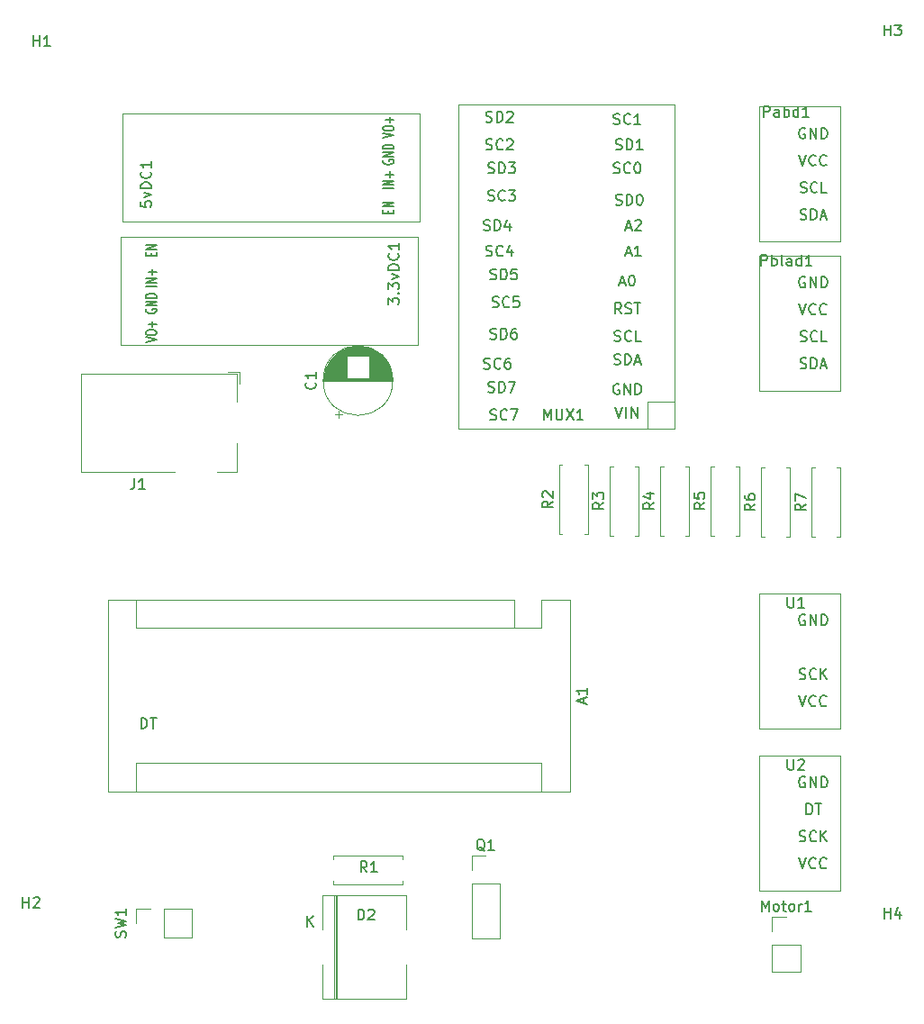
<source format=gbr>
%TF.GenerationSoftware,KiCad,Pcbnew,(5.1.12)-1*%
%TF.CreationDate,2022-05-12T22:17:49+01:00*%
%TF.ProjectId,main_circuit,6d61696e-5f63-4697-9263-7569742e6b69,rev?*%
%TF.SameCoordinates,Original*%
%TF.FileFunction,Legend,Top*%
%TF.FilePolarity,Positive*%
%FSLAX46Y46*%
G04 Gerber Fmt 4.6, Leading zero omitted, Abs format (unit mm)*
G04 Created by KiCad (PCBNEW (5.1.12)-1) date 2022-05-12 22:17:49*
%MOMM*%
%LPD*%
G01*
G04 APERTURE LIST*
%ADD10C,0.120000*%
%ADD11C,0.150000*%
G04 APERTURE END LIST*
D10*
%TO.C,3.3vDC1*%
X108480000Y-62140000D02*
X108480000Y-51980000D01*
X136420000Y-62140000D02*
X108480000Y-62140000D01*
X136420000Y-51980000D02*
X136420000Y-62140000D01*
X108480000Y-51980000D02*
X136420000Y-51980000D01*
%TO.C,5vDC1*%
X136520000Y-50520000D02*
X108580000Y-50520000D01*
X108580000Y-50520000D02*
X108580000Y-40360000D01*
X108580000Y-40360000D02*
X136520000Y-40360000D01*
X136520000Y-40360000D02*
X136520000Y-50520000D01*
%TO.C,A1*%
X145480000Y-88770000D02*
X148020000Y-88770000D01*
X148020000Y-88770000D02*
X148020000Y-86100000D01*
X145480000Y-86100000D02*
X107250000Y-86100000D01*
X150690000Y-86100000D02*
X148020000Y-86100000D01*
X148020000Y-101470000D02*
X148020000Y-104140000D01*
X148020000Y-101470000D02*
X109920000Y-101470000D01*
X109920000Y-101470000D02*
X109920000Y-104140000D01*
X145480000Y-88770000D02*
X145480000Y-86100000D01*
X145480000Y-88770000D02*
X109920000Y-88770000D01*
X109920000Y-88770000D02*
X109920000Y-86100000D01*
X107250000Y-86100000D02*
X107250000Y-104140000D01*
X107250000Y-104140000D02*
X150690000Y-104140000D01*
X150690000Y-104140000D02*
X150690000Y-86100000D01*
%TO.C,C1*%
X134020000Y-65500000D02*
G75*
G03*
X134020000Y-65500000I-3270000J0D01*
G01*
X127520000Y-65500000D02*
X133980000Y-65500000D01*
X127520000Y-65460000D02*
X133980000Y-65460000D01*
X127520000Y-65420000D02*
X133980000Y-65420000D01*
X127522000Y-65380000D02*
X133978000Y-65380000D01*
X127523000Y-65340000D02*
X133977000Y-65340000D01*
X127526000Y-65300000D02*
X133974000Y-65300000D01*
X127528000Y-65260000D02*
X129710000Y-65260000D01*
X131790000Y-65260000D02*
X133972000Y-65260000D01*
X127532000Y-65220000D02*
X129710000Y-65220000D01*
X131790000Y-65220000D02*
X133968000Y-65220000D01*
X127535000Y-65180000D02*
X129710000Y-65180000D01*
X131790000Y-65180000D02*
X133965000Y-65180000D01*
X127539000Y-65140000D02*
X129710000Y-65140000D01*
X131790000Y-65140000D02*
X133961000Y-65140000D01*
X127544000Y-65100000D02*
X129710000Y-65100000D01*
X131790000Y-65100000D02*
X133956000Y-65100000D01*
X127549000Y-65060000D02*
X129710000Y-65060000D01*
X131790000Y-65060000D02*
X133951000Y-65060000D01*
X127555000Y-65020000D02*
X129710000Y-65020000D01*
X131790000Y-65020000D02*
X133945000Y-65020000D01*
X127561000Y-64980000D02*
X129710000Y-64980000D01*
X131790000Y-64980000D02*
X133939000Y-64980000D01*
X127568000Y-64940000D02*
X129710000Y-64940000D01*
X131790000Y-64940000D02*
X133932000Y-64940000D01*
X127575000Y-64900000D02*
X129710000Y-64900000D01*
X131790000Y-64900000D02*
X133925000Y-64900000D01*
X127583000Y-64860000D02*
X129710000Y-64860000D01*
X131790000Y-64860000D02*
X133917000Y-64860000D01*
X127591000Y-64820000D02*
X129710000Y-64820000D01*
X131790000Y-64820000D02*
X133909000Y-64820000D01*
X127600000Y-64779000D02*
X129710000Y-64779000D01*
X131790000Y-64779000D02*
X133900000Y-64779000D01*
X127609000Y-64739000D02*
X129710000Y-64739000D01*
X131790000Y-64739000D02*
X133891000Y-64739000D01*
X127619000Y-64699000D02*
X129710000Y-64699000D01*
X131790000Y-64699000D02*
X133881000Y-64699000D01*
X127629000Y-64659000D02*
X129710000Y-64659000D01*
X131790000Y-64659000D02*
X133871000Y-64659000D01*
X127640000Y-64619000D02*
X129710000Y-64619000D01*
X131790000Y-64619000D02*
X133860000Y-64619000D01*
X127652000Y-64579000D02*
X129710000Y-64579000D01*
X131790000Y-64579000D02*
X133848000Y-64579000D01*
X127664000Y-64539000D02*
X129710000Y-64539000D01*
X131790000Y-64539000D02*
X133836000Y-64539000D01*
X127676000Y-64499000D02*
X129710000Y-64499000D01*
X131790000Y-64499000D02*
X133824000Y-64499000D01*
X127689000Y-64459000D02*
X129710000Y-64459000D01*
X131790000Y-64459000D02*
X133811000Y-64459000D01*
X127703000Y-64419000D02*
X129710000Y-64419000D01*
X131790000Y-64419000D02*
X133797000Y-64419000D01*
X127717000Y-64379000D02*
X129710000Y-64379000D01*
X131790000Y-64379000D02*
X133783000Y-64379000D01*
X127732000Y-64339000D02*
X129710000Y-64339000D01*
X131790000Y-64339000D02*
X133768000Y-64339000D01*
X127748000Y-64299000D02*
X129710000Y-64299000D01*
X131790000Y-64299000D02*
X133752000Y-64299000D01*
X127764000Y-64259000D02*
X129710000Y-64259000D01*
X131790000Y-64259000D02*
X133736000Y-64259000D01*
X127780000Y-64219000D02*
X129710000Y-64219000D01*
X131790000Y-64219000D02*
X133720000Y-64219000D01*
X127798000Y-64179000D02*
X129710000Y-64179000D01*
X131790000Y-64179000D02*
X133702000Y-64179000D01*
X127816000Y-64139000D02*
X129710000Y-64139000D01*
X131790000Y-64139000D02*
X133684000Y-64139000D01*
X127834000Y-64099000D02*
X129710000Y-64099000D01*
X131790000Y-64099000D02*
X133666000Y-64099000D01*
X127854000Y-64059000D02*
X129710000Y-64059000D01*
X131790000Y-64059000D02*
X133646000Y-64059000D01*
X127874000Y-64019000D02*
X129710000Y-64019000D01*
X131790000Y-64019000D02*
X133626000Y-64019000D01*
X127894000Y-63979000D02*
X129710000Y-63979000D01*
X131790000Y-63979000D02*
X133606000Y-63979000D01*
X127916000Y-63939000D02*
X129710000Y-63939000D01*
X131790000Y-63939000D02*
X133584000Y-63939000D01*
X127938000Y-63899000D02*
X129710000Y-63899000D01*
X131790000Y-63899000D02*
X133562000Y-63899000D01*
X127960000Y-63859000D02*
X129710000Y-63859000D01*
X131790000Y-63859000D02*
X133540000Y-63859000D01*
X127984000Y-63819000D02*
X129710000Y-63819000D01*
X131790000Y-63819000D02*
X133516000Y-63819000D01*
X128008000Y-63779000D02*
X129710000Y-63779000D01*
X131790000Y-63779000D02*
X133492000Y-63779000D01*
X128034000Y-63739000D02*
X129710000Y-63739000D01*
X131790000Y-63739000D02*
X133466000Y-63739000D01*
X128060000Y-63699000D02*
X129710000Y-63699000D01*
X131790000Y-63699000D02*
X133440000Y-63699000D01*
X128086000Y-63659000D02*
X129710000Y-63659000D01*
X131790000Y-63659000D02*
X133414000Y-63659000D01*
X128114000Y-63619000D02*
X129710000Y-63619000D01*
X131790000Y-63619000D02*
X133386000Y-63619000D01*
X128143000Y-63579000D02*
X129710000Y-63579000D01*
X131790000Y-63579000D02*
X133357000Y-63579000D01*
X128172000Y-63539000D02*
X129710000Y-63539000D01*
X131790000Y-63539000D02*
X133328000Y-63539000D01*
X128202000Y-63499000D02*
X129710000Y-63499000D01*
X131790000Y-63499000D02*
X133298000Y-63499000D01*
X128234000Y-63459000D02*
X129710000Y-63459000D01*
X131790000Y-63459000D02*
X133266000Y-63459000D01*
X128266000Y-63419000D02*
X129710000Y-63419000D01*
X131790000Y-63419000D02*
X133234000Y-63419000D01*
X128300000Y-63379000D02*
X129710000Y-63379000D01*
X131790000Y-63379000D02*
X133200000Y-63379000D01*
X128334000Y-63339000D02*
X129710000Y-63339000D01*
X131790000Y-63339000D02*
X133166000Y-63339000D01*
X128370000Y-63299000D02*
X129710000Y-63299000D01*
X131790000Y-63299000D02*
X133130000Y-63299000D01*
X128407000Y-63259000D02*
X129710000Y-63259000D01*
X131790000Y-63259000D02*
X133093000Y-63259000D01*
X128445000Y-63219000D02*
X129710000Y-63219000D01*
X131790000Y-63219000D02*
X133055000Y-63219000D01*
X128485000Y-63179000D02*
X133015000Y-63179000D01*
X128526000Y-63139000D02*
X132974000Y-63139000D01*
X128568000Y-63099000D02*
X132932000Y-63099000D01*
X128613000Y-63059000D02*
X132887000Y-63059000D01*
X128658000Y-63019000D02*
X132842000Y-63019000D01*
X128706000Y-62979000D02*
X132794000Y-62979000D01*
X128755000Y-62939000D02*
X132745000Y-62939000D01*
X128806000Y-62899000D02*
X132694000Y-62899000D01*
X128860000Y-62859000D02*
X132640000Y-62859000D01*
X128916000Y-62819000D02*
X132584000Y-62819000D01*
X128974000Y-62779000D02*
X132526000Y-62779000D01*
X129036000Y-62739000D02*
X132464000Y-62739000D01*
X129100000Y-62699000D02*
X132400000Y-62699000D01*
X129169000Y-62659000D02*
X132331000Y-62659000D01*
X129241000Y-62619000D02*
X132259000Y-62619000D01*
X129318000Y-62579000D02*
X132182000Y-62579000D01*
X129400000Y-62539000D02*
X132100000Y-62539000D01*
X129488000Y-62499000D02*
X132012000Y-62499000D01*
X129585000Y-62459000D02*
X131915000Y-62459000D01*
X129691000Y-62419000D02*
X131809000Y-62419000D01*
X129810000Y-62379000D02*
X131690000Y-62379000D01*
X129948000Y-62339000D02*
X131552000Y-62339000D01*
X130117000Y-62299000D02*
X131383000Y-62299000D01*
X130348000Y-62259000D02*
X131152000Y-62259000D01*
X128911000Y-69000241D02*
X128911000Y-68370241D01*
X128596000Y-68685241D02*
X129226000Y-68685241D01*
%TO.C,D2*%
X127400000Y-117110000D02*
X127400000Y-113865000D01*
X127400000Y-113865000D02*
X135260000Y-113865000D01*
X135260000Y-113865000D02*
X135260000Y-117110000D01*
X127400000Y-120390000D02*
X127400000Y-123635000D01*
X127400000Y-123635000D02*
X135260000Y-123635000D01*
X135260000Y-123635000D02*
X135260000Y-120390000D01*
X128663000Y-113865000D02*
X128663000Y-123635000D01*
X128783000Y-113865000D02*
X128783000Y-123635000D01*
X128543000Y-113865000D02*
X128543000Y-123635000D01*
%TO.C,J1*%
X119600000Y-65750000D02*
X119600000Y-64700000D01*
X118550000Y-64700000D02*
X119600000Y-64700000D01*
X113500000Y-74100000D02*
X104700000Y-74100000D01*
X104700000Y-74100000D02*
X104700000Y-64900000D01*
X119400000Y-71400000D02*
X119400000Y-74100000D01*
X119400000Y-74100000D02*
X117500000Y-74100000D01*
X104700000Y-64900000D02*
X119400000Y-64900000D01*
X119400000Y-64900000D02*
X119400000Y-67500000D01*
%TO.C,MUX1*%
X160520000Y-70020000D02*
X140250000Y-70020000D01*
X140200000Y-70020000D02*
X140200000Y-39540000D01*
X140200000Y-39540000D02*
X160520000Y-39540000D01*
X160520000Y-39540000D02*
X160520000Y-70020000D01*
X160520000Y-67480000D02*
X157980000Y-67480000D01*
X157980000Y-67480000D02*
X157980000Y-70020000D01*
%TO.C,Pabd1*%
X168460000Y-39750000D02*
X176080000Y-39750000D01*
X176080000Y-39750000D02*
X176080000Y-52450000D01*
X176080000Y-52450000D02*
X168460000Y-52450000D01*
X168460000Y-52450000D02*
X168460000Y-39750000D01*
%TO.C,Pblad1*%
X168460000Y-66450000D02*
X168460000Y-53750000D01*
X176080000Y-66450000D02*
X168460000Y-66450000D01*
X176080000Y-53750000D02*
X176080000Y-66450000D01*
X168460000Y-53750000D02*
X176080000Y-53750000D01*
%TO.C,Q1*%
X141420000Y-117910000D02*
X144080000Y-117910000D01*
X141420000Y-112770000D02*
X141420000Y-117910000D01*
X144080000Y-112770000D02*
X144080000Y-117910000D01*
X141420000Y-112770000D02*
X144080000Y-112770000D01*
X141420000Y-111500000D02*
X141420000Y-110170000D01*
X141420000Y-110170000D02*
X142750000Y-110170000D01*
%TO.C,R1*%
X134960000Y-112540000D02*
X134960000Y-112870000D01*
X134960000Y-112870000D02*
X128420000Y-112870000D01*
X128420000Y-112870000D02*
X128420000Y-112540000D01*
X134960000Y-110460000D02*
X134960000Y-110130000D01*
X134960000Y-110130000D02*
X128420000Y-110130000D01*
X128420000Y-110130000D02*
X128420000Y-110460000D01*
%TO.C,R2*%
X149960000Y-79960000D02*
X149630000Y-79960000D01*
X149630000Y-79960000D02*
X149630000Y-73420000D01*
X149630000Y-73420000D02*
X149960000Y-73420000D01*
X152040000Y-79960000D02*
X152370000Y-79960000D01*
X152370000Y-79960000D02*
X152370000Y-73420000D01*
X152370000Y-73420000D02*
X152040000Y-73420000D01*
%TO.C,R3*%
X154710000Y-80080000D02*
X154380000Y-80080000D01*
X154380000Y-80080000D02*
X154380000Y-73540000D01*
X154380000Y-73540000D02*
X154710000Y-73540000D01*
X156790000Y-80080000D02*
X157120000Y-80080000D01*
X157120000Y-80080000D02*
X157120000Y-73540000D01*
X157120000Y-73540000D02*
X156790000Y-73540000D01*
%TO.C,R4*%
X161870000Y-73540000D02*
X161540000Y-73540000D01*
X161870000Y-80080000D02*
X161870000Y-73540000D01*
X161540000Y-80080000D02*
X161870000Y-80080000D01*
X159130000Y-73540000D02*
X159460000Y-73540000D01*
X159130000Y-80080000D02*
X159130000Y-73540000D01*
X159460000Y-80080000D02*
X159130000Y-80080000D01*
%TO.C,R5*%
X164210000Y-80080000D02*
X163880000Y-80080000D01*
X163880000Y-80080000D02*
X163880000Y-73540000D01*
X163880000Y-73540000D02*
X164210000Y-73540000D01*
X166290000Y-80080000D02*
X166620000Y-80080000D01*
X166620000Y-80080000D02*
X166620000Y-73540000D01*
X166620000Y-73540000D02*
X166290000Y-73540000D01*
%TO.C,R6*%
X171370000Y-73670000D02*
X171040000Y-73670000D01*
X171370000Y-80210000D02*
X171370000Y-73670000D01*
X171040000Y-80210000D02*
X171370000Y-80210000D01*
X168630000Y-73670000D02*
X168960000Y-73670000D01*
X168630000Y-80210000D02*
X168630000Y-73670000D01*
X168960000Y-80210000D02*
X168630000Y-80210000D01*
%TO.C,R7*%
X176120000Y-73670000D02*
X175790000Y-73670000D01*
X176120000Y-80210000D02*
X176120000Y-73670000D01*
X175790000Y-80210000D02*
X176120000Y-80210000D01*
X173380000Y-73670000D02*
X173710000Y-73670000D01*
X173380000Y-80210000D02*
X173380000Y-73670000D01*
X173710000Y-80210000D02*
X173380000Y-80210000D01*
%TO.C,SW1*%
X112520000Y-117830000D02*
X112520000Y-115170000D01*
X112520000Y-117830000D02*
X115120000Y-117830000D01*
X115120000Y-117830000D02*
X115120000Y-115170000D01*
X112520000Y-115170000D02*
X115120000Y-115170000D01*
X109920000Y-115170000D02*
X111250000Y-115170000D01*
X109920000Y-116500000D02*
X109920000Y-115170000D01*
%TO.C,U1*%
X168460000Y-98200000D02*
X168460000Y-85500000D01*
X176080000Y-98200000D02*
X168460000Y-98200000D01*
X176080000Y-85500000D02*
X176080000Y-98200000D01*
X168460000Y-85500000D02*
X176080000Y-85500000D01*
%TO.C,U2*%
X168460000Y-100750000D02*
X176080000Y-100750000D01*
X176080000Y-100750000D02*
X176080000Y-113450000D01*
X176080000Y-113450000D02*
X168460000Y-113450000D01*
X168460000Y-113450000D02*
X168460000Y-100750000D01*
%TO.C,Motor1*%
X169670000Y-121120000D02*
X172330000Y-121120000D01*
X169670000Y-118520000D02*
X169670000Y-121120000D01*
X172330000Y-118520000D02*
X172330000Y-121120000D01*
X169670000Y-118520000D02*
X172330000Y-118520000D01*
X169670000Y-117250000D02*
X169670000Y-115920000D01*
X169670000Y-115920000D02*
X171000000Y-115920000D01*
%TO.C,H4*%
D11*
X180238095Y-116052380D02*
X180238095Y-115052380D01*
X180238095Y-115528571D02*
X180809523Y-115528571D01*
X180809523Y-116052380D02*
X180809523Y-115052380D01*
X181714285Y-115385714D02*
X181714285Y-116052380D01*
X181476190Y-115004761D02*
X181238095Y-115719047D01*
X181857142Y-115719047D01*
%TO.C,H3*%
X180238095Y-33052380D02*
X180238095Y-32052380D01*
X180238095Y-32528571D02*
X180809523Y-32528571D01*
X180809523Y-33052380D02*
X180809523Y-32052380D01*
X181190476Y-32052380D02*
X181809523Y-32052380D01*
X181476190Y-32433333D01*
X181619047Y-32433333D01*
X181714285Y-32480952D01*
X181761904Y-32528571D01*
X181809523Y-32623809D01*
X181809523Y-32861904D01*
X181761904Y-32957142D01*
X181714285Y-33004761D01*
X181619047Y-33052380D01*
X181333333Y-33052380D01*
X181238095Y-33004761D01*
X181190476Y-32957142D01*
%TO.C,H2*%
X99238095Y-115052380D02*
X99238095Y-114052380D01*
X99238095Y-114528571D02*
X99809523Y-114528571D01*
X99809523Y-115052380D02*
X99809523Y-114052380D01*
X100238095Y-114147619D02*
X100285714Y-114100000D01*
X100380952Y-114052380D01*
X100619047Y-114052380D01*
X100714285Y-114100000D01*
X100761904Y-114147619D01*
X100809523Y-114242857D01*
X100809523Y-114338095D01*
X100761904Y-114480952D01*
X100190476Y-115052380D01*
X100809523Y-115052380D01*
%TO.C,H1*%
X100238095Y-34052380D02*
X100238095Y-33052380D01*
X100238095Y-33528571D02*
X100809523Y-33528571D01*
X100809523Y-34052380D02*
X100809523Y-33052380D01*
X101809523Y-34052380D02*
X101238095Y-34052380D01*
X101523809Y-34052380D02*
X101523809Y-33052380D01*
X101428571Y-33195238D01*
X101333333Y-33290476D01*
X101238095Y-33338095D01*
%TO.C,3.3vDC1*%
X133602380Y-58354761D02*
X133602380Y-57735714D01*
X133983333Y-58069047D01*
X133983333Y-57926190D01*
X134030952Y-57830952D01*
X134078571Y-57783333D01*
X134173809Y-57735714D01*
X134411904Y-57735714D01*
X134507142Y-57783333D01*
X134554761Y-57830952D01*
X134602380Y-57926190D01*
X134602380Y-58211904D01*
X134554761Y-58307142D01*
X134507142Y-58354761D01*
X134507142Y-57307142D02*
X134554761Y-57259523D01*
X134602380Y-57307142D01*
X134554761Y-57354761D01*
X134507142Y-57307142D01*
X134602380Y-57307142D01*
X133602380Y-56926190D02*
X133602380Y-56307142D01*
X133983333Y-56640476D01*
X133983333Y-56497619D01*
X134030952Y-56402380D01*
X134078571Y-56354761D01*
X134173809Y-56307142D01*
X134411904Y-56307142D01*
X134507142Y-56354761D01*
X134554761Y-56402380D01*
X134602380Y-56497619D01*
X134602380Y-56783333D01*
X134554761Y-56878571D01*
X134507142Y-56926190D01*
X133935714Y-55973809D02*
X134602380Y-55735714D01*
X133935714Y-55497619D01*
X134602380Y-55116666D02*
X133602380Y-55116666D01*
X133602380Y-54878571D01*
X133650000Y-54735714D01*
X133745238Y-54640476D01*
X133840476Y-54592857D01*
X134030952Y-54545238D01*
X134173809Y-54545238D01*
X134364285Y-54592857D01*
X134459523Y-54640476D01*
X134554761Y-54735714D01*
X134602380Y-54878571D01*
X134602380Y-55116666D01*
X134507142Y-53545238D02*
X134554761Y-53592857D01*
X134602380Y-53735714D01*
X134602380Y-53830952D01*
X134554761Y-53973809D01*
X134459523Y-54069047D01*
X134364285Y-54116666D01*
X134173809Y-54164285D01*
X134030952Y-54164285D01*
X133840476Y-54116666D01*
X133745238Y-54069047D01*
X133650000Y-53973809D01*
X133602380Y-53830952D01*
X133602380Y-53735714D01*
X133650000Y-53592857D01*
X133697619Y-53545238D01*
X134602380Y-52592857D02*
X134602380Y-53164285D01*
X134602380Y-52878571D02*
X133602380Y-52878571D01*
X133745238Y-52973809D01*
X133840476Y-53069047D01*
X133888095Y-53164285D01*
X111278571Y-53766666D02*
X111278571Y-53533333D01*
X111802380Y-53433333D02*
X111802380Y-53766666D01*
X110802380Y-53766666D01*
X110802380Y-53433333D01*
X111802380Y-53133333D02*
X110802380Y-53133333D01*
X111802380Y-52733333D01*
X110802380Y-52733333D01*
X111802380Y-56650000D02*
X110802380Y-56650000D01*
X111802380Y-56316666D02*
X110802380Y-56316666D01*
X111802380Y-55916666D01*
X110802380Y-55916666D01*
X111421428Y-55583333D02*
X111421428Y-55050000D01*
X111802380Y-55316666D02*
X111040476Y-55316666D01*
X110850000Y-58783333D02*
X110802380Y-58850000D01*
X110802380Y-58950000D01*
X110850000Y-59050000D01*
X110945238Y-59116666D01*
X111040476Y-59150000D01*
X111230952Y-59183333D01*
X111373809Y-59183333D01*
X111564285Y-59150000D01*
X111659523Y-59116666D01*
X111754761Y-59050000D01*
X111802380Y-58950000D01*
X111802380Y-58883333D01*
X111754761Y-58783333D01*
X111707142Y-58750000D01*
X111373809Y-58750000D01*
X111373809Y-58883333D01*
X111802380Y-58450000D02*
X110802380Y-58450000D01*
X111802380Y-58050000D01*
X110802380Y-58050000D01*
X111802380Y-57716666D02*
X110802380Y-57716666D01*
X110802380Y-57550000D01*
X110850000Y-57450000D01*
X110945238Y-57383333D01*
X111040476Y-57350000D01*
X111230952Y-57316666D01*
X111373809Y-57316666D01*
X111564285Y-57350000D01*
X111659523Y-57383333D01*
X111754761Y-57450000D01*
X111802380Y-57550000D01*
X111802380Y-57716666D01*
X110802380Y-61883333D02*
X111802380Y-61650000D01*
X110802380Y-61416666D01*
X110802380Y-61050000D02*
X110802380Y-60916666D01*
X110850000Y-60850000D01*
X110945238Y-60783333D01*
X111135714Y-60750000D01*
X111469047Y-60750000D01*
X111659523Y-60783333D01*
X111754761Y-60850000D01*
X111802380Y-60916666D01*
X111802380Y-61050000D01*
X111754761Y-61116666D01*
X111659523Y-61183333D01*
X111469047Y-61216666D01*
X111135714Y-61216666D01*
X110945238Y-61183333D01*
X110850000Y-61116666D01*
X110802380Y-61050000D01*
X111421428Y-60450000D02*
X111421428Y-59916666D01*
X111802380Y-60183333D02*
X111040476Y-60183333D01*
%TO.C,5vDC1*%
X110302380Y-48669047D02*
X110302380Y-49145238D01*
X110778571Y-49192857D01*
X110730952Y-49145238D01*
X110683333Y-49050000D01*
X110683333Y-48811904D01*
X110730952Y-48716666D01*
X110778571Y-48669047D01*
X110873809Y-48621428D01*
X111111904Y-48621428D01*
X111207142Y-48669047D01*
X111254761Y-48716666D01*
X111302380Y-48811904D01*
X111302380Y-49050000D01*
X111254761Y-49145238D01*
X111207142Y-49192857D01*
X110635714Y-48288095D02*
X111302380Y-48050000D01*
X110635714Y-47811904D01*
X111302380Y-47430952D02*
X110302380Y-47430952D01*
X110302380Y-47192857D01*
X110350000Y-47050000D01*
X110445238Y-46954761D01*
X110540476Y-46907142D01*
X110730952Y-46859523D01*
X110873809Y-46859523D01*
X111064285Y-46907142D01*
X111159523Y-46954761D01*
X111254761Y-47050000D01*
X111302380Y-47192857D01*
X111302380Y-47430952D01*
X111207142Y-45859523D02*
X111254761Y-45907142D01*
X111302380Y-46050000D01*
X111302380Y-46145238D01*
X111254761Y-46288095D01*
X111159523Y-46383333D01*
X111064285Y-46430952D01*
X110873809Y-46478571D01*
X110730952Y-46478571D01*
X110540476Y-46430952D01*
X110445238Y-46383333D01*
X110350000Y-46288095D01*
X110302380Y-46145238D01*
X110302380Y-46050000D01*
X110350000Y-45907142D01*
X110397619Y-45859523D01*
X111302380Y-44907142D02*
X111302380Y-45478571D01*
X111302380Y-45192857D02*
X110302380Y-45192857D01*
X110445238Y-45288095D01*
X110540476Y-45383333D01*
X110588095Y-45478571D01*
X133102380Y-42683333D02*
X134102380Y-42450000D01*
X133102380Y-42216666D01*
X133102380Y-41850000D02*
X133102380Y-41716666D01*
X133150000Y-41650000D01*
X133245238Y-41583333D01*
X133435714Y-41550000D01*
X133769047Y-41550000D01*
X133959523Y-41583333D01*
X134054761Y-41650000D01*
X134102380Y-41716666D01*
X134102380Y-41850000D01*
X134054761Y-41916666D01*
X133959523Y-41983333D01*
X133769047Y-42016666D01*
X133435714Y-42016666D01*
X133245238Y-41983333D01*
X133150000Y-41916666D01*
X133102380Y-41850000D01*
X133721428Y-41250000D02*
X133721428Y-40716666D01*
X134102380Y-40983333D02*
X133340476Y-40983333D01*
X133150000Y-44783333D02*
X133102380Y-44850000D01*
X133102380Y-44950000D01*
X133150000Y-45050000D01*
X133245238Y-45116666D01*
X133340476Y-45150000D01*
X133530952Y-45183333D01*
X133673809Y-45183333D01*
X133864285Y-45150000D01*
X133959523Y-45116666D01*
X134054761Y-45050000D01*
X134102380Y-44950000D01*
X134102380Y-44883333D01*
X134054761Y-44783333D01*
X134007142Y-44750000D01*
X133673809Y-44750000D01*
X133673809Y-44883333D01*
X134102380Y-44450000D02*
X133102380Y-44450000D01*
X134102380Y-44050000D01*
X133102380Y-44050000D01*
X134102380Y-43716666D02*
X133102380Y-43716666D01*
X133102380Y-43550000D01*
X133150000Y-43450000D01*
X133245238Y-43383333D01*
X133340476Y-43350000D01*
X133530952Y-43316666D01*
X133673809Y-43316666D01*
X133864285Y-43350000D01*
X133959523Y-43383333D01*
X134054761Y-43450000D01*
X134102380Y-43550000D01*
X134102380Y-43716666D01*
X134102380Y-47450000D02*
X133102380Y-47450000D01*
X134102380Y-47116666D02*
X133102380Y-47116666D01*
X134102380Y-46716666D01*
X133102380Y-46716666D01*
X133721428Y-46383333D02*
X133721428Y-45850000D01*
X134102380Y-46116666D02*
X133340476Y-46116666D01*
X133578571Y-49766666D02*
X133578571Y-49533333D01*
X134102380Y-49433333D02*
X134102380Y-49766666D01*
X133102380Y-49766666D01*
X133102380Y-49433333D01*
X134102380Y-49133333D02*
X133102380Y-49133333D01*
X134102380Y-48733333D01*
X133102380Y-48733333D01*
%TO.C,A1*%
X151996666Y-95834285D02*
X151996666Y-95358095D01*
X152282380Y-95929523D02*
X151282380Y-95596190D01*
X152282380Y-95262857D01*
X152282380Y-94405714D02*
X152282380Y-94977142D01*
X152282380Y-94691428D02*
X151282380Y-94691428D01*
X151425238Y-94786666D01*
X151520476Y-94881904D01*
X151568095Y-94977142D01*
%TO.C,C1*%
X126707142Y-65666666D02*
X126754761Y-65714285D01*
X126802380Y-65857142D01*
X126802380Y-65952380D01*
X126754761Y-66095238D01*
X126659523Y-66190476D01*
X126564285Y-66238095D01*
X126373809Y-66285714D01*
X126230952Y-66285714D01*
X126040476Y-66238095D01*
X125945238Y-66190476D01*
X125850000Y-66095238D01*
X125802380Y-65952380D01*
X125802380Y-65857142D01*
X125850000Y-65714285D01*
X125897619Y-65666666D01*
X126802380Y-64714285D02*
X126802380Y-65285714D01*
X126802380Y-65000000D02*
X125802380Y-65000000D01*
X125945238Y-65095238D01*
X126040476Y-65190476D01*
X126088095Y-65285714D01*
%TO.C,D2*%
X130761904Y-116202380D02*
X130761904Y-115202380D01*
X131000000Y-115202380D01*
X131142857Y-115250000D01*
X131238095Y-115345238D01*
X131285714Y-115440476D01*
X131333333Y-115630952D01*
X131333333Y-115773809D01*
X131285714Y-115964285D01*
X131238095Y-116059523D01*
X131142857Y-116154761D01*
X131000000Y-116202380D01*
X130761904Y-116202380D01*
X131714285Y-115297619D02*
X131761904Y-115250000D01*
X131857142Y-115202380D01*
X132095238Y-115202380D01*
X132190476Y-115250000D01*
X132238095Y-115297619D01*
X132285714Y-115392857D01*
X132285714Y-115488095D01*
X132238095Y-115630952D01*
X131666666Y-116202380D01*
X132285714Y-116202380D01*
X125988095Y-116802380D02*
X125988095Y-115802380D01*
X126559523Y-116802380D02*
X126130952Y-116230952D01*
X126559523Y-115802380D02*
X125988095Y-116373809D01*
%TO.C,J1*%
X109716666Y-74702380D02*
X109716666Y-75416666D01*
X109669047Y-75559523D01*
X109573809Y-75654761D01*
X109430952Y-75702380D01*
X109335714Y-75702380D01*
X110716666Y-75702380D02*
X110145238Y-75702380D01*
X110430952Y-75702380D02*
X110430952Y-74702380D01*
X110335714Y-74845238D01*
X110240476Y-74940476D01*
X110145238Y-74988095D01*
%TO.C,MUX1*%
X148240476Y-69202380D02*
X148240476Y-68202380D01*
X148573809Y-68916666D01*
X148907142Y-68202380D01*
X148907142Y-69202380D01*
X149383333Y-68202380D02*
X149383333Y-69011904D01*
X149430952Y-69107142D01*
X149478571Y-69154761D01*
X149573809Y-69202380D01*
X149764285Y-69202380D01*
X149859523Y-69154761D01*
X149907142Y-69107142D01*
X149954761Y-69011904D01*
X149954761Y-68202380D01*
X150335714Y-68202380D02*
X151002380Y-69202380D01*
X151002380Y-68202380D02*
X150335714Y-69202380D01*
X151907142Y-69202380D02*
X151335714Y-69202380D01*
X151621428Y-69202380D02*
X151621428Y-68202380D01*
X151526190Y-68345238D01*
X151430952Y-68440476D01*
X151335714Y-68488095D01*
X154954761Y-68002380D02*
X155288095Y-69002380D01*
X155621428Y-68002380D01*
X155954761Y-69002380D02*
X155954761Y-68002380D01*
X156430952Y-69002380D02*
X156430952Y-68002380D01*
X157002380Y-69002380D01*
X157002380Y-68002380D01*
X155288095Y-65850000D02*
X155192857Y-65802380D01*
X155050000Y-65802380D01*
X154907142Y-65850000D01*
X154811904Y-65945238D01*
X154764285Y-66040476D01*
X154716666Y-66230952D01*
X154716666Y-66373809D01*
X154764285Y-66564285D01*
X154811904Y-66659523D01*
X154907142Y-66754761D01*
X155050000Y-66802380D01*
X155145238Y-66802380D01*
X155288095Y-66754761D01*
X155335714Y-66707142D01*
X155335714Y-66373809D01*
X155145238Y-66373809D01*
X155764285Y-66802380D02*
X155764285Y-65802380D01*
X156335714Y-66802380D01*
X156335714Y-65802380D01*
X156811904Y-66802380D02*
X156811904Y-65802380D01*
X157050000Y-65802380D01*
X157192857Y-65850000D01*
X157288095Y-65945238D01*
X157335714Y-66040476D01*
X157383333Y-66230952D01*
X157383333Y-66373809D01*
X157335714Y-66564285D01*
X157288095Y-66659523D01*
X157192857Y-66754761D01*
X157050000Y-66802380D01*
X156811904Y-66802380D01*
X154835714Y-63954761D02*
X154978571Y-64002380D01*
X155216666Y-64002380D01*
X155311904Y-63954761D01*
X155359523Y-63907142D01*
X155407142Y-63811904D01*
X155407142Y-63716666D01*
X155359523Y-63621428D01*
X155311904Y-63573809D01*
X155216666Y-63526190D01*
X155026190Y-63478571D01*
X154930952Y-63430952D01*
X154883333Y-63383333D01*
X154835714Y-63288095D01*
X154835714Y-63192857D01*
X154883333Y-63097619D01*
X154930952Y-63050000D01*
X155026190Y-63002380D01*
X155264285Y-63002380D01*
X155407142Y-63050000D01*
X155835714Y-64002380D02*
X155835714Y-63002380D01*
X156073809Y-63002380D01*
X156216666Y-63050000D01*
X156311904Y-63145238D01*
X156359523Y-63240476D01*
X156407142Y-63430952D01*
X156407142Y-63573809D01*
X156359523Y-63764285D01*
X156311904Y-63859523D01*
X156216666Y-63954761D01*
X156073809Y-64002380D01*
X155835714Y-64002380D01*
X156788095Y-63716666D02*
X157264285Y-63716666D01*
X156692857Y-64002380D02*
X157026190Y-63002380D01*
X157359523Y-64002380D01*
X154859523Y-61754761D02*
X155002380Y-61802380D01*
X155240476Y-61802380D01*
X155335714Y-61754761D01*
X155383333Y-61707142D01*
X155430952Y-61611904D01*
X155430952Y-61516666D01*
X155383333Y-61421428D01*
X155335714Y-61373809D01*
X155240476Y-61326190D01*
X155050000Y-61278571D01*
X154954761Y-61230952D01*
X154907142Y-61183333D01*
X154859523Y-61088095D01*
X154859523Y-60992857D01*
X154907142Y-60897619D01*
X154954761Y-60850000D01*
X155050000Y-60802380D01*
X155288095Y-60802380D01*
X155430952Y-60850000D01*
X156430952Y-61707142D02*
X156383333Y-61754761D01*
X156240476Y-61802380D01*
X156145238Y-61802380D01*
X156002380Y-61754761D01*
X155907142Y-61659523D01*
X155859523Y-61564285D01*
X155811904Y-61373809D01*
X155811904Y-61230952D01*
X155859523Y-61040476D01*
X155907142Y-60945238D01*
X156002380Y-60850000D01*
X156145238Y-60802380D01*
X156240476Y-60802380D01*
X156383333Y-60850000D01*
X156430952Y-60897619D01*
X157335714Y-61802380D02*
X156859523Y-61802380D01*
X156859523Y-60802380D01*
X155502380Y-59202380D02*
X155169047Y-58726190D01*
X154930952Y-59202380D02*
X154930952Y-58202380D01*
X155311904Y-58202380D01*
X155407142Y-58250000D01*
X155454761Y-58297619D01*
X155502380Y-58392857D01*
X155502380Y-58535714D01*
X155454761Y-58630952D01*
X155407142Y-58678571D01*
X155311904Y-58726190D01*
X154930952Y-58726190D01*
X155883333Y-59154761D02*
X156026190Y-59202380D01*
X156264285Y-59202380D01*
X156359523Y-59154761D01*
X156407142Y-59107142D01*
X156454761Y-59011904D01*
X156454761Y-58916666D01*
X156407142Y-58821428D01*
X156359523Y-58773809D01*
X156264285Y-58726190D01*
X156073809Y-58678571D01*
X155978571Y-58630952D01*
X155930952Y-58583333D01*
X155883333Y-58488095D01*
X155883333Y-58392857D01*
X155930952Y-58297619D01*
X155978571Y-58250000D01*
X156073809Y-58202380D01*
X156311904Y-58202380D01*
X156454761Y-58250000D01*
X156740476Y-58202380D02*
X157311904Y-58202380D01*
X157026190Y-59202380D02*
X157026190Y-58202380D01*
X155335714Y-56316666D02*
X155811904Y-56316666D01*
X155240476Y-56602380D02*
X155573809Y-55602380D01*
X155907142Y-56602380D01*
X156430952Y-55602380D02*
X156526190Y-55602380D01*
X156621428Y-55650000D01*
X156669047Y-55697619D01*
X156716666Y-55792857D01*
X156764285Y-55983333D01*
X156764285Y-56221428D01*
X156716666Y-56411904D01*
X156669047Y-56507142D01*
X156621428Y-56554761D01*
X156526190Y-56602380D01*
X156430952Y-56602380D01*
X156335714Y-56554761D01*
X156288095Y-56507142D01*
X156240476Y-56411904D01*
X156192857Y-56221428D01*
X156192857Y-55983333D01*
X156240476Y-55792857D01*
X156288095Y-55697619D01*
X156335714Y-55650000D01*
X156430952Y-55602380D01*
X155935714Y-53516666D02*
X156411904Y-53516666D01*
X155840476Y-53802380D02*
X156173809Y-52802380D01*
X156507142Y-53802380D01*
X157364285Y-53802380D02*
X156792857Y-53802380D01*
X157078571Y-53802380D02*
X157078571Y-52802380D01*
X156983333Y-52945238D01*
X156888095Y-53040476D01*
X156792857Y-53088095D01*
X155935714Y-51116666D02*
X156411904Y-51116666D01*
X155840476Y-51402380D02*
X156173809Y-50402380D01*
X156507142Y-51402380D01*
X156792857Y-50497619D02*
X156840476Y-50450000D01*
X156935714Y-50402380D01*
X157173809Y-50402380D01*
X157269047Y-50450000D01*
X157316666Y-50497619D01*
X157364285Y-50592857D01*
X157364285Y-50688095D01*
X157316666Y-50830952D01*
X156745238Y-51402380D01*
X157364285Y-51402380D01*
X154988095Y-48954761D02*
X155130952Y-49002380D01*
X155369047Y-49002380D01*
X155464285Y-48954761D01*
X155511904Y-48907142D01*
X155559523Y-48811904D01*
X155559523Y-48716666D01*
X155511904Y-48621428D01*
X155464285Y-48573809D01*
X155369047Y-48526190D01*
X155178571Y-48478571D01*
X155083333Y-48430952D01*
X155035714Y-48383333D01*
X154988095Y-48288095D01*
X154988095Y-48192857D01*
X155035714Y-48097619D01*
X155083333Y-48050000D01*
X155178571Y-48002380D01*
X155416666Y-48002380D01*
X155559523Y-48050000D01*
X155988095Y-49002380D02*
X155988095Y-48002380D01*
X156226190Y-48002380D01*
X156369047Y-48050000D01*
X156464285Y-48145238D01*
X156511904Y-48240476D01*
X156559523Y-48430952D01*
X156559523Y-48573809D01*
X156511904Y-48764285D01*
X156464285Y-48859523D01*
X156369047Y-48954761D01*
X156226190Y-49002380D01*
X155988095Y-49002380D01*
X157178571Y-48002380D02*
X157273809Y-48002380D01*
X157369047Y-48050000D01*
X157416666Y-48097619D01*
X157464285Y-48192857D01*
X157511904Y-48383333D01*
X157511904Y-48621428D01*
X157464285Y-48811904D01*
X157416666Y-48907142D01*
X157369047Y-48954761D01*
X157273809Y-49002380D01*
X157178571Y-49002380D01*
X157083333Y-48954761D01*
X157035714Y-48907142D01*
X156988095Y-48811904D01*
X156940476Y-48621428D01*
X156940476Y-48383333D01*
X156988095Y-48192857D01*
X157035714Y-48097619D01*
X157083333Y-48050000D01*
X157178571Y-48002380D01*
X154788095Y-45954761D02*
X154930952Y-46002380D01*
X155169047Y-46002380D01*
X155264285Y-45954761D01*
X155311904Y-45907142D01*
X155359523Y-45811904D01*
X155359523Y-45716666D01*
X155311904Y-45621428D01*
X155264285Y-45573809D01*
X155169047Y-45526190D01*
X154978571Y-45478571D01*
X154883333Y-45430952D01*
X154835714Y-45383333D01*
X154788095Y-45288095D01*
X154788095Y-45192857D01*
X154835714Y-45097619D01*
X154883333Y-45050000D01*
X154978571Y-45002380D01*
X155216666Y-45002380D01*
X155359523Y-45050000D01*
X156359523Y-45907142D02*
X156311904Y-45954761D01*
X156169047Y-46002380D01*
X156073809Y-46002380D01*
X155930952Y-45954761D01*
X155835714Y-45859523D01*
X155788095Y-45764285D01*
X155740476Y-45573809D01*
X155740476Y-45430952D01*
X155788095Y-45240476D01*
X155835714Y-45145238D01*
X155930952Y-45050000D01*
X156073809Y-45002380D01*
X156169047Y-45002380D01*
X156311904Y-45050000D01*
X156359523Y-45097619D01*
X156978571Y-45002380D02*
X157073809Y-45002380D01*
X157169047Y-45050000D01*
X157216666Y-45097619D01*
X157264285Y-45192857D01*
X157311904Y-45383333D01*
X157311904Y-45621428D01*
X157264285Y-45811904D01*
X157216666Y-45907142D01*
X157169047Y-45954761D01*
X157073809Y-46002380D01*
X156978571Y-46002380D01*
X156883333Y-45954761D01*
X156835714Y-45907142D01*
X156788095Y-45811904D01*
X156740476Y-45621428D01*
X156740476Y-45383333D01*
X156788095Y-45192857D01*
X156835714Y-45097619D01*
X156883333Y-45050000D01*
X156978571Y-45002380D01*
X154988095Y-43754761D02*
X155130952Y-43802380D01*
X155369047Y-43802380D01*
X155464285Y-43754761D01*
X155511904Y-43707142D01*
X155559523Y-43611904D01*
X155559523Y-43516666D01*
X155511904Y-43421428D01*
X155464285Y-43373809D01*
X155369047Y-43326190D01*
X155178571Y-43278571D01*
X155083333Y-43230952D01*
X155035714Y-43183333D01*
X154988095Y-43088095D01*
X154988095Y-42992857D01*
X155035714Y-42897619D01*
X155083333Y-42850000D01*
X155178571Y-42802380D01*
X155416666Y-42802380D01*
X155559523Y-42850000D01*
X155988095Y-43802380D02*
X155988095Y-42802380D01*
X156226190Y-42802380D01*
X156369047Y-42850000D01*
X156464285Y-42945238D01*
X156511904Y-43040476D01*
X156559523Y-43230952D01*
X156559523Y-43373809D01*
X156511904Y-43564285D01*
X156464285Y-43659523D01*
X156369047Y-43754761D01*
X156226190Y-43802380D01*
X155988095Y-43802380D01*
X157511904Y-43802380D02*
X156940476Y-43802380D01*
X157226190Y-43802380D02*
X157226190Y-42802380D01*
X157130952Y-42945238D01*
X157035714Y-43040476D01*
X156940476Y-43088095D01*
X154788095Y-41354761D02*
X154930952Y-41402380D01*
X155169047Y-41402380D01*
X155264285Y-41354761D01*
X155311904Y-41307142D01*
X155359523Y-41211904D01*
X155359523Y-41116666D01*
X155311904Y-41021428D01*
X155264285Y-40973809D01*
X155169047Y-40926190D01*
X154978571Y-40878571D01*
X154883333Y-40830952D01*
X154835714Y-40783333D01*
X154788095Y-40688095D01*
X154788095Y-40592857D01*
X154835714Y-40497619D01*
X154883333Y-40450000D01*
X154978571Y-40402380D01*
X155216666Y-40402380D01*
X155359523Y-40450000D01*
X156359523Y-41307142D02*
X156311904Y-41354761D01*
X156169047Y-41402380D01*
X156073809Y-41402380D01*
X155930952Y-41354761D01*
X155835714Y-41259523D01*
X155788095Y-41164285D01*
X155740476Y-40973809D01*
X155740476Y-40830952D01*
X155788095Y-40640476D01*
X155835714Y-40545238D01*
X155930952Y-40450000D01*
X156073809Y-40402380D01*
X156169047Y-40402380D01*
X156311904Y-40450000D01*
X156359523Y-40497619D01*
X157311904Y-41402380D02*
X156740476Y-41402380D01*
X157026190Y-41402380D02*
X157026190Y-40402380D01*
X156930952Y-40545238D01*
X156835714Y-40640476D01*
X156740476Y-40688095D01*
X142788095Y-41154761D02*
X142930952Y-41202380D01*
X143169047Y-41202380D01*
X143264285Y-41154761D01*
X143311904Y-41107142D01*
X143359523Y-41011904D01*
X143359523Y-40916666D01*
X143311904Y-40821428D01*
X143264285Y-40773809D01*
X143169047Y-40726190D01*
X142978571Y-40678571D01*
X142883333Y-40630952D01*
X142835714Y-40583333D01*
X142788095Y-40488095D01*
X142788095Y-40392857D01*
X142835714Y-40297619D01*
X142883333Y-40250000D01*
X142978571Y-40202380D01*
X143216666Y-40202380D01*
X143359523Y-40250000D01*
X143788095Y-41202380D02*
X143788095Y-40202380D01*
X144026190Y-40202380D01*
X144169047Y-40250000D01*
X144264285Y-40345238D01*
X144311904Y-40440476D01*
X144359523Y-40630952D01*
X144359523Y-40773809D01*
X144311904Y-40964285D01*
X144264285Y-41059523D01*
X144169047Y-41154761D01*
X144026190Y-41202380D01*
X143788095Y-41202380D01*
X144740476Y-40297619D02*
X144788095Y-40250000D01*
X144883333Y-40202380D01*
X145121428Y-40202380D01*
X145216666Y-40250000D01*
X145264285Y-40297619D01*
X145311904Y-40392857D01*
X145311904Y-40488095D01*
X145264285Y-40630952D01*
X144692857Y-41202380D01*
X145311904Y-41202380D01*
X142788095Y-43754761D02*
X142930952Y-43802380D01*
X143169047Y-43802380D01*
X143264285Y-43754761D01*
X143311904Y-43707142D01*
X143359523Y-43611904D01*
X143359523Y-43516666D01*
X143311904Y-43421428D01*
X143264285Y-43373809D01*
X143169047Y-43326190D01*
X142978571Y-43278571D01*
X142883333Y-43230952D01*
X142835714Y-43183333D01*
X142788095Y-43088095D01*
X142788095Y-42992857D01*
X142835714Y-42897619D01*
X142883333Y-42850000D01*
X142978571Y-42802380D01*
X143216666Y-42802380D01*
X143359523Y-42850000D01*
X144359523Y-43707142D02*
X144311904Y-43754761D01*
X144169047Y-43802380D01*
X144073809Y-43802380D01*
X143930952Y-43754761D01*
X143835714Y-43659523D01*
X143788095Y-43564285D01*
X143740476Y-43373809D01*
X143740476Y-43230952D01*
X143788095Y-43040476D01*
X143835714Y-42945238D01*
X143930952Y-42850000D01*
X144073809Y-42802380D01*
X144169047Y-42802380D01*
X144311904Y-42850000D01*
X144359523Y-42897619D01*
X144740476Y-42897619D02*
X144788095Y-42850000D01*
X144883333Y-42802380D01*
X145121428Y-42802380D01*
X145216666Y-42850000D01*
X145264285Y-42897619D01*
X145311904Y-42992857D01*
X145311904Y-43088095D01*
X145264285Y-43230952D01*
X144692857Y-43802380D01*
X145311904Y-43802380D01*
X142988095Y-45954761D02*
X143130952Y-46002380D01*
X143369047Y-46002380D01*
X143464285Y-45954761D01*
X143511904Y-45907142D01*
X143559523Y-45811904D01*
X143559523Y-45716666D01*
X143511904Y-45621428D01*
X143464285Y-45573809D01*
X143369047Y-45526190D01*
X143178571Y-45478571D01*
X143083333Y-45430952D01*
X143035714Y-45383333D01*
X142988095Y-45288095D01*
X142988095Y-45192857D01*
X143035714Y-45097619D01*
X143083333Y-45050000D01*
X143178571Y-45002380D01*
X143416666Y-45002380D01*
X143559523Y-45050000D01*
X143988095Y-46002380D02*
X143988095Y-45002380D01*
X144226190Y-45002380D01*
X144369047Y-45050000D01*
X144464285Y-45145238D01*
X144511904Y-45240476D01*
X144559523Y-45430952D01*
X144559523Y-45573809D01*
X144511904Y-45764285D01*
X144464285Y-45859523D01*
X144369047Y-45954761D01*
X144226190Y-46002380D01*
X143988095Y-46002380D01*
X144892857Y-45002380D02*
X145511904Y-45002380D01*
X145178571Y-45383333D01*
X145321428Y-45383333D01*
X145416666Y-45430952D01*
X145464285Y-45478571D01*
X145511904Y-45573809D01*
X145511904Y-45811904D01*
X145464285Y-45907142D01*
X145416666Y-45954761D01*
X145321428Y-46002380D01*
X145035714Y-46002380D01*
X144940476Y-45954761D01*
X144892857Y-45907142D01*
X142988095Y-48554761D02*
X143130952Y-48602380D01*
X143369047Y-48602380D01*
X143464285Y-48554761D01*
X143511904Y-48507142D01*
X143559523Y-48411904D01*
X143559523Y-48316666D01*
X143511904Y-48221428D01*
X143464285Y-48173809D01*
X143369047Y-48126190D01*
X143178571Y-48078571D01*
X143083333Y-48030952D01*
X143035714Y-47983333D01*
X142988095Y-47888095D01*
X142988095Y-47792857D01*
X143035714Y-47697619D01*
X143083333Y-47650000D01*
X143178571Y-47602380D01*
X143416666Y-47602380D01*
X143559523Y-47650000D01*
X144559523Y-48507142D02*
X144511904Y-48554761D01*
X144369047Y-48602380D01*
X144273809Y-48602380D01*
X144130952Y-48554761D01*
X144035714Y-48459523D01*
X143988095Y-48364285D01*
X143940476Y-48173809D01*
X143940476Y-48030952D01*
X143988095Y-47840476D01*
X144035714Y-47745238D01*
X144130952Y-47650000D01*
X144273809Y-47602380D01*
X144369047Y-47602380D01*
X144511904Y-47650000D01*
X144559523Y-47697619D01*
X144892857Y-47602380D02*
X145511904Y-47602380D01*
X145178571Y-47983333D01*
X145321428Y-47983333D01*
X145416666Y-48030952D01*
X145464285Y-48078571D01*
X145511904Y-48173809D01*
X145511904Y-48411904D01*
X145464285Y-48507142D01*
X145416666Y-48554761D01*
X145321428Y-48602380D01*
X145035714Y-48602380D01*
X144940476Y-48554761D01*
X144892857Y-48507142D01*
X142588095Y-51354761D02*
X142730952Y-51402380D01*
X142969047Y-51402380D01*
X143064285Y-51354761D01*
X143111904Y-51307142D01*
X143159523Y-51211904D01*
X143159523Y-51116666D01*
X143111904Y-51021428D01*
X143064285Y-50973809D01*
X142969047Y-50926190D01*
X142778571Y-50878571D01*
X142683333Y-50830952D01*
X142635714Y-50783333D01*
X142588095Y-50688095D01*
X142588095Y-50592857D01*
X142635714Y-50497619D01*
X142683333Y-50450000D01*
X142778571Y-50402380D01*
X143016666Y-50402380D01*
X143159523Y-50450000D01*
X143588095Y-51402380D02*
X143588095Y-50402380D01*
X143826190Y-50402380D01*
X143969047Y-50450000D01*
X144064285Y-50545238D01*
X144111904Y-50640476D01*
X144159523Y-50830952D01*
X144159523Y-50973809D01*
X144111904Y-51164285D01*
X144064285Y-51259523D01*
X143969047Y-51354761D01*
X143826190Y-51402380D01*
X143588095Y-51402380D01*
X145016666Y-50735714D02*
X145016666Y-51402380D01*
X144778571Y-50354761D02*
X144540476Y-51069047D01*
X145159523Y-51069047D01*
X142788095Y-53754761D02*
X142930952Y-53802380D01*
X143169047Y-53802380D01*
X143264285Y-53754761D01*
X143311904Y-53707142D01*
X143359523Y-53611904D01*
X143359523Y-53516666D01*
X143311904Y-53421428D01*
X143264285Y-53373809D01*
X143169047Y-53326190D01*
X142978571Y-53278571D01*
X142883333Y-53230952D01*
X142835714Y-53183333D01*
X142788095Y-53088095D01*
X142788095Y-52992857D01*
X142835714Y-52897619D01*
X142883333Y-52850000D01*
X142978571Y-52802380D01*
X143216666Y-52802380D01*
X143359523Y-52850000D01*
X144359523Y-53707142D02*
X144311904Y-53754761D01*
X144169047Y-53802380D01*
X144073809Y-53802380D01*
X143930952Y-53754761D01*
X143835714Y-53659523D01*
X143788095Y-53564285D01*
X143740476Y-53373809D01*
X143740476Y-53230952D01*
X143788095Y-53040476D01*
X143835714Y-52945238D01*
X143930952Y-52850000D01*
X144073809Y-52802380D01*
X144169047Y-52802380D01*
X144311904Y-52850000D01*
X144359523Y-52897619D01*
X145216666Y-53135714D02*
X145216666Y-53802380D01*
X144978571Y-52754761D02*
X144740476Y-53469047D01*
X145359523Y-53469047D01*
X143188095Y-55954761D02*
X143330952Y-56002380D01*
X143569047Y-56002380D01*
X143664285Y-55954761D01*
X143711904Y-55907142D01*
X143759523Y-55811904D01*
X143759523Y-55716666D01*
X143711904Y-55621428D01*
X143664285Y-55573809D01*
X143569047Y-55526190D01*
X143378571Y-55478571D01*
X143283333Y-55430952D01*
X143235714Y-55383333D01*
X143188095Y-55288095D01*
X143188095Y-55192857D01*
X143235714Y-55097619D01*
X143283333Y-55050000D01*
X143378571Y-55002380D01*
X143616666Y-55002380D01*
X143759523Y-55050000D01*
X144188095Y-56002380D02*
X144188095Y-55002380D01*
X144426190Y-55002380D01*
X144569047Y-55050000D01*
X144664285Y-55145238D01*
X144711904Y-55240476D01*
X144759523Y-55430952D01*
X144759523Y-55573809D01*
X144711904Y-55764285D01*
X144664285Y-55859523D01*
X144569047Y-55954761D01*
X144426190Y-56002380D01*
X144188095Y-56002380D01*
X145664285Y-55002380D02*
X145188095Y-55002380D01*
X145140476Y-55478571D01*
X145188095Y-55430952D01*
X145283333Y-55383333D01*
X145521428Y-55383333D01*
X145616666Y-55430952D01*
X145664285Y-55478571D01*
X145711904Y-55573809D01*
X145711904Y-55811904D01*
X145664285Y-55907142D01*
X145616666Y-55954761D01*
X145521428Y-56002380D01*
X145283333Y-56002380D01*
X145188095Y-55954761D01*
X145140476Y-55907142D01*
X143388095Y-58554761D02*
X143530952Y-58602380D01*
X143769047Y-58602380D01*
X143864285Y-58554761D01*
X143911904Y-58507142D01*
X143959523Y-58411904D01*
X143959523Y-58316666D01*
X143911904Y-58221428D01*
X143864285Y-58173809D01*
X143769047Y-58126190D01*
X143578571Y-58078571D01*
X143483333Y-58030952D01*
X143435714Y-57983333D01*
X143388095Y-57888095D01*
X143388095Y-57792857D01*
X143435714Y-57697619D01*
X143483333Y-57650000D01*
X143578571Y-57602380D01*
X143816666Y-57602380D01*
X143959523Y-57650000D01*
X144959523Y-58507142D02*
X144911904Y-58554761D01*
X144769047Y-58602380D01*
X144673809Y-58602380D01*
X144530952Y-58554761D01*
X144435714Y-58459523D01*
X144388095Y-58364285D01*
X144340476Y-58173809D01*
X144340476Y-58030952D01*
X144388095Y-57840476D01*
X144435714Y-57745238D01*
X144530952Y-57650000D01*
X144673809Y-57602380D01*
X144769047Y-57602380D01*
X144911904Y-57650000D01*
X144959523Y-57697619D01*
X145864285Y-57602380D02*
X145388095Y-57602380D01*
X145340476Y-58078571D01*
X145388095Y-58030952D01*
X145483333Y-57983333D01*
X145721428Y-57983333D01*
X145816666Y-58030952D01*
X145864285Y-58078571D01*
X145911904Y-58173809D01*
X145911904Y-58411904D01*
X145864285Y-58507142D01*
X145816666Y-58554761D01*
X145721428Y-58602380D01*
X145483333Y-58602380D01*
X145388095Y-58554761D01*
X145340476Y-58507142D01*
X143188095Y-61554761D02*
X143330952Y-61602380D01*
X143569047Y-61602380D01*
X143664285Y-61554761D01*
X143711904Y-61507142D01*
X143759523Y-61411904D01*
X143759523Y-61316666D01*
X143711904Y-61221428D01*
X143664285Y-61173809D01*
X143569047Y-61126190D01*
X143378571Y-61078571D01*
X143283333Y-61030952D01*
X143235714Y-60983333D01*
X143188095Y-60888095D01*
X143188095Y-60792857D01*
X143235714Y-60697619D01*
X143283333Y-60650000D01*
X143378571Y-60602380D01*
X143616666Y-60602380D01*
X143759523Y-60650000D01*
X144188095Y-61602380D02*
X144188095Y-60602380D01*
X144426190Y-60602380D01*
X144569047Y-60650000D01*
X144664285Y-60745238D01*
X144711904Y-60840476D01*
X144759523Y-61030952D01*
X144759523Y-61173809D01*
X144711904Y-61364285D01*
X144664285Y-61459523D01*
X144569047Y-61554761D01*
X144426190Y-61602380D01*
X144188095Y-61602380D01*
X145616666Y-60602380D02*
X145426190Y-60602380D01*
X145330952Y-60650000D01*
X145283333Y-60697619D01*
X145188095Y-60840476D01*
X145140476Y-61030952D01*
X145140476Y-61411904D01*
X145188095Y-61507142D01*
X145235714Y-61554761D01*
X145330952Y-61602380D01*
X145521428Y-61602380D01*
X145616666Y-61554761D01*
X145664285Y-61507142D01*
X145711904Y-61411904D01*
X145711904Y-61173809D01*
X145664285Y-61078571D01*
X145616666Y-61030952D01*
X145521428Y-60983333D01*
X145330952Y-60983333D01*
X145235714Y-61030952D01*
X145188095Y-61078571D01*
X145140476Y-61173809D01*
X142588095Y-64354761D02*
X142730952Y-64402380D01*
X142969047Y-64402380D01*
X143064285Y-64354761D01*
X143111904Y-64307142D01*
X143159523Y-64211904D01*
X143159523Y-64116666D01*
X143111904Y-64021428D01*
X143064285Y-63973809D01*
X142969047Y-63926190D01*
X142778571Y-63878571D01*
X142683333Y-63830952D01*
X142635714Y-63783333D01*
X142588095Y-63688095D01*
X142588095Y-63592857D01*
X142635714Y-63497619D01*
X142683333Y-63450000D01*
X142778571Y-63402380D01*
X143016666Y-63402380D01*
X143159523Y-63450000D01*
X144159523Y-64307142D02*
X144111904Y-64354761D01*
X143969047Y-64402380D01*
X143873809Y-64402380D01*
X143730952Y-64354761D01*
X143635714Y-64259523D01*
X143588095Y-64164285D01*
X143540476Y-63973809D01*
X143540476Y-63830952D01*
X143588095Y-63640476D01*
X143635714Y-63545238D01*
X143730952Y-63450000D01*
X143873809Y-63402380D01*
X143969047Y-63402380D01*
X144111904Y-63450000D01*
X144159523Y-63497619D01*
X145016666Y-63402380D02*
X144826190Y-63402380D01*
X144730952Y-63450000D01*
X144683333Y-63497619D01*
X144588095Y-63640476D01*
X144540476Y-63830952D01*
X144540476Y-64211904D01*
X144588095Y-64307142D01*
X144635714Y-64354761D01*
X144730952Y-64402380D01*
X144921428Y-64402380D01*
X145016666Y-64354761D01*
X145064285Y-64307142D01*
X145111904Y-64211904D01*
X145111904Y-63973809D01*
X145064285Y-63878571D01*
X145016666Y-63830952D01*
X144921428Y-63783333D01*
X144730952Y-63783333D01*
X144635714Y-63830952D01*
X144588095Y-63878571D01*
X144540476Y-63973809D01*
X142988095Y-66554761D02*
X143130952Y-66602380D01*
X143369047Y-66602380D01*
X143464285Y-66554761D01*
X143511904Y-66507142D01*
X143559523Y-66411904D01*
X143559523Y-66316666D01*
X143511904Y-66221428D01*
X143464285Y-66173809D01*
X143369047Y-66126190D01*
X143178571Y-66078571D01*
X143083333Y-66030952D01*
X143035714Y-65983333D01*
X142988095Y-65888095D01*
X142988095Y-65792857D01*
X143035714Y-65697619D01*
X143083333Y-65650000D01*
X143178571Y-65602380D01*
X143416666Y-65602380D01*
X143559523Y-65650000D01*
X143988095Y-66602380D02*
X143988095Y-65602380D01*
X144226190Y-65602380D01*
X144369047Y-65650000D01*
X144464285Y-65745238D01*
X144511904Y-65840476D01*
X144559523Y-66030952D01*
X144559523Y-66173809D01*
X144511904Y-66364285D01*
X144464285Y-66459523D01*
X144369047Y-66554761D01*
X144226190Y-66602380D01*
X143988095Y-66602380D01*
X144892857Y-65602380D02*
X145559523Y-65602380D01*
X145130952Y-66602380D01*
X143188095Y-69154761D02*
X143330952Y-69202380D01*
X143569047Y-69202380D01*
X143664285Y-69154761D01*
X143711904Y-69107142D01*
X143759523Y-69011904D01*
X143759523Y-68916666D01*
X143711904Y-68821428D01*
X143664285Y-68773809D01*
X143569047Y-68726190D01*
X143378571Y-68678571D01*
X143283333Y-68630952D01*
X143235714Y-68583333D01*
X143188095Y-68488095D01*
X143188095Y-68392857D01*
X143235714Y-68297619D01*
X143283333Y-68250000D01*
X143378571Y-68202380D01*
X143616666Y-68202380D01*
X143759523Y-68250000D01*
X144759523Y-69107142D02*
X144711904Y-69154761D01*
X144569047Y-69202380D01*
X144473809Y-69202380D01*
X144330952Y-69154761D01*
X144235714Y-69059523D01*
X144188095Y-68964285D01*
X144140476Y-68773809D01*
X144140476Y-68630952D01*
X144188095Y-68440476D01*
X144235714Y-68345238D01*
X144330952Y-68250000D01*
X144473809Y-68202380D01*
X144569047Y-68202380D01*
X144711904Y-68250000D01*
X144759523Y-68297619D01*
X145092857Y-68202380D02*
X145759523Y-68202380D01*
X145330952Y-69202380D01*
%TO.C,Pabd1*%
X168904761Y-40702380D02*
X168904761Y-39702380D01*
X169285714Y-39702380D01*
X169380952Y-39750000D01*
X169428571Y-39797619D01*
X169476190Y-39892857D01*
X169476190Y-40035714D01*
X169428571Y-40130952D01*
X169380952Y-40178571D01*
X169285714Y-40226190D01*
X168904761Y-40226190D01*
X170333333Y-40702380D02*
X170333333Y-40178571D01*
X170285714Y-40083333D01*
X170190476Y-40035714D01*
X170000000Y-40035714D01*
X169904761Y-40083333D01*
X170333333Y-40654761D02*
X170238095Y-40702380D01*
X170000000Y-40702380D01*
X169904761Y-40654761D01*
X169857142Y-40559523D01*
X169857142Y-40464285D01*
X169904761Y-40369047D01*
X170000000Y-40321428D01*
X170238095Y-40321428D01*
X170333333Y-40273809D01*
X170809523Y-40702380D02*
X170809523Y-39702380D01*
X170809523Y-40083333D02*
X170904761Y-40035714D01*
X171095238Y-40035714D01*
X171190476Y-40083333D01*
X171238095Y-40130952D01*
X171285714Y-40226190D01*
X171285714Y-40511904D01*
X171238095Y-40607142D01*
X171190476Y-40654761D01*
X171095238Y-40702380D01*
X170904761Y-40702380D01*
X170809523Y-40654761D01*
X172142857Y-40702380D02*
X172142857Y-39702380D01*
X172142857Y-40654761D02*
X172047619Y-40702380D01*
X171857142Y-40702380D01*
X171761904Y-40654761D01*
X171714285Y-40607142D01*
X171666666Y-40511904D01*
X171666666Y-40226190D01*
X171714285Y-40130952D01*
X171761904Y-40083333D01*
X171857142Y-40035714D01*
X172047619Y-40035714D01*
X172142857Y-40083333D01*
X173142857Y-40702380D02*
X172571428Y-40702380D01*
X172857142Y-40702380D02*
X172857142Y-39702380D01*
X172761904Y-39845238D01*
X172666666Y-39940476D01*
X172571428Y-39988095D01*
X172325714Y-50314761D02*
X172468571Y-50362380D01*
X172706666Y-50362380D01*
X172801904Y-50314761D01*
X172849523Y-50267142D01*
X172897142Y-50171904D01*
X172897142Y-50076666D01*
X172849523Y-49981428D01*
X172801904Y-49933809D01*
X172706666Y-49886190D01*
X172516190Y-49838571D01*
X172420952Y-49790952D01*
X172373333Y-49743333D01*
X172325714Y-49648095D01*
X172325714Y-49552857D01*
X172373333Y-49457619D01*
X172420952Y-49410000D01*
X172516190Y-49362380D01*
X172754285Y-49362380D01*
X172897142Y-49410000D01*
X173325714Y-50362380D02*
X173325714Y-49362380D01*
X173563809Y-49362380D01*
X173706666Y-49410000D01*
X173801904Y-49505238D01*
X173849523Y-49600476D01*
X173897142Y-49790952D01*
X173897142Y-49933809D01*
X173849523Y-50124285D01*
X173801904Y-50219523D01*
X173706666Y-50314761D01*
X173563809Y-50362380D01*
X173325714Y-50362380D01*
X174278095Y-50076666D02*
X174754285Y-50076666D01*
X174182857Y-50362380D02*
X174516190Y-49362380D01*
X174849523Y-50362380D01*
X172349523Y-47774761D02*
X172492380Y-47822380D01*
X172730476Y-47822380D01*
X172825714Y-47774761D01*
X172873333Y-47727142D01*
X172920952Y-47631904D01*
X172920952Y-47536666D01*
X172873333Y-47441428D01*
X172825714Y-47393809D01*
X172730476Y-47346190D01*
X172540000Y-47298571D01*
X172444761Y-47250952D01*
X172397142Y-47203333D01*
X172349523Y-47108095D01*
X172349523Y-47012857D01*
X172397142Y-46917619D01*
X172444761Y-46870000D01*
X172540000Y-46822380D01*
X172778095Y-46822380D01*
X172920952Y-46870000D01*
X173920952Y-47727142D02*
X173873333Y-47774761D01*
X173730476Y-47822380D01*
X173635238Y-47822380D01*
X173492380Y-47774761D01*
X173397142Y-47679523D01*
X173349523Y-47584285D01*
X173301904Y-47393809D01*
X173301904Y-47250952D01*
X173349523Y-47060476D01*
X173397142Y-46965238D01*
X173492380Y-46870000D01*
X173635238Y-46822380D01*
X173730476Y-46822380D01*
X173873333Y-46870000D01*
X173920952Y-46917619D01*
X174825714Y-47822380D02*
X174349523Y-47822380D01*
X174349523Y-46822380D01*
X172206666Y-44282380D02*
X172540000Y-45282380D01*
X172873333Y-44282380D01*
X173778095Y-45187142D02*
X173730476Y-45234761D01*
X173587619Y-45282380D01*
X173492380Y-45282380D01*
X173349523Y-45234761D01*
X173254285Y-45139523D01*
X173206666Y-45044285D01*
X173159047Y-44853809D01*
X173159047Y-44710952D01*
X173206666Y-44520476D01*
X173254285Y-44425238D01*
X173349523Y-44330000D01*
X173492380Y-44282380D01*
X173587619Y-44282380D01*
X173730476Y-44330000D01*
X173778095Y-44377619D01*
X174778095Y-45187142D02*
X174730476Y-45234761D01*
X174587619Y-45282380D01*
X174492380Y-45282380D01*
X174349523Y-45234761D01*
X174254285Y-45139523D01*
X174206666Y-45044285D01*
X174159047Y-44853809D01*
X174159047Y-44710952D01*
X174206666Y-44520476D01*
X174254285Y-44425238D01*
X174349523Y-44330000D01*
X174492380Y-44282380D01*
X174587619Y-44282380D01*
X174730476Y-44330000D01*
X174778095Y-44377619D01*
X172778095Y-41790000D02*
X172682857Y-41742380D01*
X172540000Y-41742380D01*
X172397142Y-41790000D01*
X172301904Y-41885238D01*
X172254285Y-41980476D01*
X172206666Y-42170952D01*
X172206666Y-42313809D01*
X172254285Y-42504285D01*
X172301904Y-42599523D01*
X172397142Y-42694761D01*
X172540000Y-42742380D01*
X172635238Y-42742380D01*
X172778095Y-42694761D01*
X172825714Y-42647142D01*
X172825714Y-42313809D01*
X172635238Y-42313809D01*
X173254285Y-42742380D02*
X173254285Y-41742380D01*
X173825714Y-42742380D01*
X173825714Y-41742380D01*
X174301904Y-42742380D02*
X174301904Y-41742380D01*
X174540000Y-41742380D01*
X174682857Y-41790000D01*
X174778095Y-41885238D01*
X174825714Y-41980476D01*
X174873333Y-42170952D01*
X174873333Y-42313809D01*
X174825714Y-42504285D01*
X174778095Y-42599523D01*
X174682857Y-42694761D01*
X174540000Y-42742380D01*
X174301904Y-42742380D01*
%TO.C,Pblad1*%
X168642857Y-54702380D02*
X168642857Y-53702380D01*
X169023809Y-53702380D01*
X169119047Y-53750000D01*
X169166666Y-53797619D01*
X169214285Y-53892857D01*
X169214285Y-54035714D01*
X169166666Y-54130952D01*
X169119047Y-54178571D01*
X169023809Y-54226190D01*
X168642857Y-54226190D01*
X169642857Y-54702380D02*
X169642857Y-53702380D01*
X169642857Y-54083333D02*
X169738095Y-54035714D01*
X169928571Y-54035714D01*
X170023809Y-54083333D01*
X170071428Y-54130952D01*
X170119047Y-54226190D01*
X170119047Y-54511904D01*
X170071428Y-54607142D01*
X170023809Y-54654761D01*
X169928571Y-54702380D01*
X169738095Y-54702380D01*
X169642857Y-54654761D01*
X170690476Y-54702380D02*
X170595238Y-54654761D01*
X170547619Y-54559523D01*
X170547619Y-53702380D01*
X171500000Y-54702380D02*
X171500000Y-54178571D01*
X171452380Y-54083333D01*
X171357142Y-54035714D01*
X171166666Y-54035714D01*
X171071428Y-54083333D01*
X171500000Y-54654761D02*
X171404761Y-54702380D01*
X171166666Y-54702380D01*
X171071428Y-54654761D01*
X171023809Y-54559523D01*
X171023809Y-54464285D01*
X171071428Y-54369047D01*
X171166666Y-54321428D01*
X171404761Y-54321428D01*
X171500000Y-54273809D01*
X172404761Y-54702380D02*
X172404761Y-53702380D01*
X172404761Y-54654761D02*
X172309523Y-54702380D01*
X172119047Y-54702380D01*
X172023809Y-54654761D01*
X171976190Y-54607142D01*
X171928571Y-54511904D01*
X171928571Y-54226190D01*
X171976190Y-54130952D01*
X172023809Y-54083333D01*
X172119047Y-54035714D01*
X172309523Y-54035714D01*
X172404761Y-54083333D01*
X173404761Y-54702380D02*
X172833333Y-54702380D01*
X173119047Y-54702380D02*
X173119047Y-53702380D01*
X173023809Y-53845238D01*
X172928571Y-53940476D01*
X172833333Y-53988095D01*
X172778095Y-55790000D02*
X172682857Y-55742380D01*
X172540000Y-55742380D01*
X172397142Y-55790000D01*
X172301904Y-55885238D01*
X172254285Y-55980476D01*
X172206666Y-56170952D01*
X172206666Y-56313809D01*
X172254285Y-56504285D01*
X172301904Y-56599523D01*
X172397142Y-56694761D01*
X172540000Y-56742380D01*
X172635238Y-56742380D01*
X172778095Y-56694761D01*
X172825714Y-56647142D01*
X172825714Y-56313809D01*
X172635238Y-56313809D01*
X173254285Y-56742380D02*
X173254285Y-55742380D01*
X173825714Y-56742380D01*
X173825714Y-55742380D01*
X174301904Y-56742380D02*
X174301904Y-55742380D01*
X174540000Y-55742380D01*
X174682857Y-55790000D01*
X174778095Y-55885238D01*
X174825714Y-55980476D01*
X174873333Y-56170952D01*
X174873333Y-56313809D01*
X174825714Y-56504285D01*
X174778095Y-56599523D01*
X174682857Y-56694761D01*
X174540000Y-56742380D01*
X174301904Y-56742380D01*
X172206666Y-58282380D02*
X172540000Y-59282380D01*
X172873333Y-58282380D01*
X173778095Y-59187142D02*
X173730476Y-59234761D01*
X173587619Y-59282380D01*
X173492380Y-59282380D01*
X173349523Y-59234761D01*
X173254285Y-59139523D01*
X173206666Y-59044285D01*
X173159047Y-58853809D01*
X173159047Y-58710952D01*
X173206666Y-58520476D01*
X173254285Y-58425238D01*
X173349523Y-58330000D01*
X173492380Y-58282380D01*
X173587619Y-58282380D01*
X173730476Y-58330000D01*
X173778095Y-58377619D01*
X174778095Y-59187142D02*
X174730476Y-59234761D01*
X174587619Y-59282380D01*
X174492380Y-59282380D01*
X174349523Y-59234761D01*
X174254285Y-59139523D01*
X174206666Y-59044285D01*
X174159047Y-58853809D01*
X174159047Y-58710952D01*
X174206666Y-58520476D01*
X174254285Y-58425238D01*
X174349523Y-58330000D01*
X174492380Y-58282380D01*
X174587619Y-58282380D01*
X174730476Y-58330000D01*
X174778095Y-58377619D01*
X172349523Y-61774761D02*
X172492380Y-61822380D01*
X172730476Y-61822380D01*
X172825714Y-61774761D01*
X172873333Y-61727142D01*
X172920952Y-61631904D01*
X172920952Y-61536666D01*
X172873333Y-61441428D01*
X172825714Y-61393809D01*
X172730476Y-61346190D01*
X172540000Y-61298571D01*
X172444761Y-61250952D01*
X172397142Y-61203333D01*
X172349523Y-61108095D01*
X172349523Y-61012857D01*
X172397142Y-60917619D01*
X172444761Y-60870000D01*
X172540000Y-60822380D01*
X172778095Y-60822380D01*
X172920952Y-60870000D01*
X173920952Y-61727142D02*
X173873333Y-61774761D01*
X173730476Y-61822380D01*
X173635238Y-61822380D01*
X173492380Y-61774761D01*
X173397142Y-61679523D01*
X173349523Y-61584285D01*
X173301904Y-61393809D01*
X173301904Y-61250952D01*
X173349523Y-61060476D01*
X173397142Y-60965238D01*
X173492380Y-60870000D01*
X173635238Y-60822380D01*
X173730476Y-60822380D01*
X173873333Y-60870000D01*
X173920952Y-60917619D01*
X174825714Y-61822380D02*
X174349523Y-61822380D01*
X174349523Y-60822380D01*
X172325714Y-64314761D02*
X172468571Y-64362380D01*
X172706666Y-64362380D01*
X172801904Y-64314761D01*
X172849523Y-64267142D01*
X172897142Y-64171904D01*
X172897142Y-64076666D01*
X172849523Y-63981428D01*
X172801904Y-63933809D01*
X172706666Y-63886190D01*
X172516190Y-63838571D01*
X172420952Y-63790952D01*
X172373333Y-63743333D01*
X172325714Y-63648095D01*
X172325714Y-63552857D01*
X172373333Y-63457619D01*
X172420952Y-63410000D01*
X172516190Y-63362380D01*
X172754285Y-63362380D01*
X172897142Y-63410000D01*
X173325714Y-64362380D02*
X173325714Y-63362380D01*
X173563809Y-63362380D01*
X173706666Y-63410000D01*
X173801904Y-63505238D01*
X173849523Y-63600476D01*
X173897142Y-63790952D01*
X173897142Y-63933809D01*
X173849523Y-64124285D01*
X173801904Y-64219523D01*
X173706666Y-64314761D01*
X173563809Y-64362380D01*
X173325714Y-64362380D01*
X174278095Y-64076666D02*
X174754285Y-64076666D01*
X174182857Y-64362380D02*
X174516190Y-63362380D01*
X174849523Y-64362380D01*
%TO.C,Q1*%
X142654761Y-109717619D02*
X142559523Y-109670000D01*
X142464285Y-109574761D01*
X142321428Y-109431904D01*
X142226190Y-109384285D01*
X142130952Y-109384285D01*
X142178571Y-109622380D02*
X142083333Y-109574761D01*
X141988095Y-109479523D01*
X141940476Y-109289047D01*
X141940476Y-108955714D01*
X141988095Y-108765238D01*
X142083333Y-108670000D01*
X142178571Y-108622380D01*
X142369047Y-108622380D01*
X142464285Y-108670000D01*
X142559523Y-108765238D01*
X142607142Y-108955714D01*
X142607142Y-109289047D01*
X142559523Y-109479523D01*
X142464285Y-109574761D01*
X142369047Y-109622380D01*
X142178571Y-109622380D01*
X143559523Y-109622380D02*
X142988095Y-109622380D01*
X143273809Y-109622380D02*
X143273809Y-108622380D01*
X143178571Y-108765238D01*
X143083333Y-108860476D01*
X142988095Y-108908095D01*
%TO.C,R1*%
X131583333Y-111702380D02*
X131250000Y-111226190D01*
X131011904Y-111702380D02*
X131011904Y-110702380D01*
X131392857Y-110702380D01*
X131488095Y-110750000D01*
X131535714Y-110797619D01*
X131583333Y-110892857D01*
X131583333Y-111035714D01*
X131535714Y-111130952D01*
X131488095Y-111178571D01*
X131392857Y-111226190D01*
X131011904Y-111226190D01*
X132535714Y-111702380D02*
X131964285Y-111702380D01*
X132250000Y-111702380D02*
X132250000Y-110702380D01*
X132154761Y-110845238D01*
X132059523Y-110940476D01*
X131964285Y-110988095D01*
%TO.C,R2*%
X149082380Y-76856666D02*
X148606190Y-77190000D01*
X149082380Y-77428095D02*
X148082380Y-77428095D01*
X148082380Y-77047142D01*
X148130000Y-76951904D01*
X148177619Y-76904285D01*
X148272857Y-76856666D01*
X148415714Y-76856666D01*
X148510952Y-76904285D01*
X148558571Y-76951904D01*
X148606190Y-77047142D01*
X148606190Y-77428095D01*
X148177619Y-76475714D02*
X148130000Y-76428095D01*
X148082380Y-76332857D01*
X148082380Y-76094761D01*
X148130000Y-75999523D01*
X148177619Y-75951904D01*
X148272857Y-75904285D01*
X148368095Y-75904285D01*
X148510952Y-75951904D01*
X149082380Y-76523333D01*
X149082380Y-75904285D01*
%TO.C,R3*%
X153832380Y-76976666D02*
X153356190Y-77310000D01*
X153832380Y-77548095D02*
X152832380Y-77548095D01*
X152832380Y-77167142D01*
X152880000Y-77071904D01*
X152927619Y-77024285D01*
X153022857Y-76976666D01*
X153165714Y-76976666D01*
X153260952Y-77024285D01*
X153308571Y-77071904D01*
X153356190Y-77167142D01*
X153356190Y-77548095D01*
X152832380Y-76643333D02*
X152832380Y-76024285D01*
X153213333Y-76357619D01*
X153213333Y-76214761D01*
X153260952Y-76119523D01*
X153308571Y-76071904D01*
X153403809Y-76024285D01*
X153641904Y-76024285D01*
X153737142Y-76071904D01*
X153784761Y-76119523D01*
X153832380Y-76214761D01*
X153832380Y-76500476D01*
X153784761Y-76595714D01*
X153737142Y-76643333D01*
%TO.C,R4*%
X158582380Y-76976666D02*
X158106190Y-77310000D01*
X158582380Y-77548095D02*
X157582380Y-77548095D01*
X157582380Y-77167142D01*
X157630000Y-77071904D01*
X157677619Y-77024285D01*
X157772857Y-76976666D01*
X157915714Y-76976666D01*
X158010952Y-77024285D01*
X158058571Y-77071904D01*
X158106190Y-77167142D01*
X158106190Y-77548095D01*
X157915714Y-76119523D02*
X158582380Y-76119523D01*
X157534761Y-76357619D02*
X158249047Y-76595714D01*
X158249047Y-75976666D01*
%TO.C,R5*%
X163332380Y-76976666D02*
X162856190Y-77310000D01*
X163332380Y-77548095D02*
X162332380Y-77548095D01*
X162332380Y-77167142D01*
X162380000Y-77071904D01*
X162427619Y-77024285D01*
X162522857Y-76976666D01*
X162665714Y-76976666D01*
X162760952Y-77024285D01*
X162808571Y-77071904D01*
X162856190Y-77167142D01*
X162856190Y-77548095D01*
X162332380Y-76071904D02*
X162332380Y-76548095D01*
X162808571Y-76595714D01*
X162760952Y-76548095D01*
X162713333Y-76452857D01*
X162713333Y-76214761D01*
X162760952Y-76119523D01*
X162808571Y-76071904D01*
X162903809Y-76024285D01*
X163141904Y-76024285D01*
X163237142Y-76071904D01*
X163284761Y-76119523D01*
X163332380Y-76214761D01*
X163332380Y-76452857D01*
X163284761Y-76548095D01*
X163237142Y-76595714D01*
%TO.C,R6*%
X168082380Y-77106666D02*
X167606190Y-77440000D01*
X168082380Y-77678095D02*
X167082380Y-77678095D01*
X167082380Y-77297142D01*
X167130000Y-77201904D01*
X167177619Y-77154285D01*
X167272857Y-77106666D01*
X167415714Y-77106666D01*
X167510952Y-77154285D01*
X167558571Y-77201904D01*
X167606190Y-77297142D01*
X167606190Y-77678095D01*
X167082380Y-76249523D02*
X167082380Y-76440000D01*
X167130000Y-76535238D01*
X167177619Y-76582857D01*
X167320476Y-76678095D01*
X167510952Y-76725714D01*
X167891904Y-76725714D01*
X167987142Y-76678095D01*
X168034761Y-76630476D01*
X168082380Y-76535238D01*
X168082380Y-76344761D01*
X168034761Y-76249523D01*
X167987142Y-76201904D01*
X167891904Y-76154285D01*
X167653809Y-76154285D01*
X167558571Y-76201904D01*
X167510952Y-76249523D01*
X167463333Y-76344761D01*
X167463333Y-76535238D01*
X167510952Y-76630476D01*
X167558571Y-76678095D01*
X167653809Y-76725714D01*
%TO.C,R7*%
X172832380Y-77106666D02*
X172356190Y-77440000D01*
X172832380Y-77678095D02*
X171832380Y-77678095D01*
X171832380Y-77297142D01*
X171880000Y-77201904D01*
X171927619Y-77154285D01*
X172022857Y-77106666D01*
X172165714Y-77106666D01*
X172260952Y-77154285D01*
X172308571Y-77201904D01*
X172356190Y-77297142D01*
X172356190Y-77678095D01*
X171832380Y-76773333D02*
X171832380Y-76106666D01*
X172832380Y-76535238D01*
%TO.C,SW1*%
X108884761Y-117833333D02*
X108932380Y-117690476D01*
X108932380Y-117452380D01*
X108884761Y-117357142D01*
X108837142Y-117309523D01*
X108741904Y-117261904D01*
X108646666Y-117261904D01*
X108551428Y-117309523D01*
X108503809Y-117357142D01*
X108456190Y-117452380D01*
X108408571Y-117642857D01*
X108360952Y-117738095D01*
X108313333Y-117785714D01*
X108218095Y-117833333D01*
X108122857Y-117833333D01*
X108027619Y-117785714D01*
X107980000Y-117738095D01*
X107932380Y-117642857D01*
X107932380Y-117404761D01*
X107980000Y-117261904D01*
X107932380Y-116928571D02*
X108932380Y-116690476D01*
X108218095Y-116500000D01*
X108932380Y-116309523D01*
X107932380Y-116071428D01*
X108932380Y-115166666D02*
X108932380Y-115738095D01*
X108932380Y-115452380D02*
X107932380Y-115452380D01*
X108075238Y-115547619D01*
X108170476Y-115642857D01*
X108218095Y-115738095D01*
%TO.C,U1*%
X171127095Y-85841380D02*
X171127095Y-86650904D01*
X171174714Y-86746142D01*
X171222333Y-86793761D01*
X171317571Y-86841380D01*
X171508047Y-86841380D01*
X171603285Y-86793761D01*
X171650904Y-86746142D01*
X171698523Y-86650904D01*
X171698523Y-85841380D01*
X172698523Y-86841380D02*
X172127095Y-86841380D01*
X172412809Y-86841380D02*
X172412809Y-85841380D01*
X172317571Y-85984238D01*
X172222333Y-86079476D01*
X172127095Y-86127095D01*
X172778095Y-87540000D02*
X172682857Y-87492380D01*
X172540000Y-87492380D01*
X172397142Y-87540000D01*
X172301904Y-87635238D01*
X172254285Y-87730476D01*
X172206666Y-87920952D01*
X172206666Y-88063809D01*
X172254285Y-88254285D01*
X172301904Y-88349523D01*
X172397142Y-88444761D01*
X172540000Y-88492380D01*
X172635238Y-88492380D01*
X172778095Y-88444761D01*
X172825714Y-88397142D01*
X172825714Y-88063809D01*
X172635238Y-88063809D01*
X173254285Y-88492380D02*
X173254285Y-87492380D01*
X173825714Y-88492380D01*
X173825714Y-87492380D01*
X174301904Y-88492380D02*
X174301904Y-87492380D01*
X174540000Y-87492380D01*
X174682857Y-87540000D01*
X174778095Y-87635238D01*
X174825714Y-87730476D01*
X174873333Y-87920952D01*
X174873333Y-88063809D01*
X174825714Y-88254285D01*
X174778095Y-88349523D01*
X174682857Y-88444761D01*
X174540000Y-88492380D01*
X174301904Y-88492380D01*
X110357142Y-98202380D02*
X110357142Y-97202380D01*
X110595238Y-97202380D01*
X110738095Y-97250000D01*
X110833333Y-97345238D01*
X110880952Y-97440476D01*
X110928571Y-97630952D01*
X110928571Y-97773809D01*
X110880952Y-97964285D01*
X110833333Y-98059523D01*
X110738095Y-98154761D01*
X110595238Y-98202380D01*
X110357142Y-98202380D01*
X111214285Y-97202380D02*
X111785714Y-97202380D01*
X111500000Y-98202380D02*
X111500000Y-97202380D01*
X172254285Y-93524761D02*
X172397142Y-93572380D01*
X172635238Y-93572380D01*
X172730476Y-93524761D01*
X172778095Y-93477142D01*
X172825714Y-93381904D01*
X172825714Y-93286666D01*
X172778095Y-93191428D01*
X172730476Y-93143809D01*
X172635238Y-93096190D01*
X172444761Y-93048571D01*
X172349523Y-93000952D01*
X172301904Y-92953333D01*
X172254285Y-92858095D01*
X172254285Y-92762857D01*
X172301904Y-92667619D01*
X172349523Y-92620000D01*
X172444761Y-92572380D01*
X172682857Y-92572380D01*
X172825714Y-92620000D01*
X173825714Y-93477142D02*
X173778095Y-93524761D01*
X173635238Y-93572380D01*
X173540000Y-93572380D01*
X173397142Y-93524761D01*
X173301904Y-93429523D01*
X173254285Y-93334285D01*
X173206666Y-93143809D01*
X173206666Y-93000952D01*
X173254285Y-92810476D01*
X173301904Y-92715238D01*
X173397142Y-92620000D01*
X173540000Y-92572380D01*
X173635238Y-92572380D01*
X173778095Y-92620000D01*
X173825714Y-92667619D01*
X174254285Y-93572380D02*
X174254285Y-92572380D01*
X174825714Y-93572380D02*
X174397142Y-93000952D01*
X174825714Y-92572380D02*
X174254285Y-93143809D01*
X172206666Y-95112380D02*
X172540000Y-96112380D01*
X172873333Y-95112380D01*
X173778095Y-96017142D02*
X173730476Y-96064761D01*
X173587619Y-96112380D01*
X173492380Y-96112380D01*
X173349523Y-96064761D01*
X173254285Y-95969523D01*
X173206666Y-95874285D01*
X173159047Y-95683809D01*
X173159047Y-95540952D01*
X173206666Y-95350476D01*
X173254285Y-95255238D01*
X173349523Y-95160000D01*
X173492380Y-95112380D01*
X173587619Y-95112380D01*
X173730476Y-95160000D01*
X173778095Y-95207619D01*
X174778095Y-96017142D02*
X174730476Y-96064761D01*
X174587619Y-96112380D01*
X174492380Y-96112380D01*
X174349523Y-96064761D01*
X174254285Y-95969523D01*
X174206666Y-95874285D01*
X174159047Y-95683809D01*
X174159047Y-95540952D01*
X174206666Y-95350476D01*
X174254285Y-95255238D01*
X174349523Y-95160000D01*
X174492380Y-95112380D01*
X174587619Y-95112380D01*
X174730476Y-95160000D01*
X174778095Y-95207619D01*
%TO.C,U2*%
X171127095Y-101091380D02*
X171127095Y-101900904D01*
X171174714Y-101996142D01*
X171222333Y-102043761D01*
X171317571Y-102091380D01*
X171508047Y-102091380D01*
X171603285Y-102043761D01*
X171650904Y-101996142D01*
X171698523Y-101900904D01*
X171698523Y-101091380D01*
X172127095Y-101186619D02*
X172174714Y-101139000D01*
X172269952Y-101091380D01*
X172508047Y-101091380D01*
X172603285Y-101139000D01*
X172650904Y-101186619D01*
X172698523Y-101281857D01*
X172698523Y-101377095D01*
X172650904Y-101519952D01*
X172079476Y-102091380D01*
X172698523Y-102091380D01*
X172206666Y-110362380D02*
X172540000Y-111362380D01*
X172873333Y-110362380D01*
X173778095Y-111267142D02*
X173730476Y-111314761D01*
X173587619Y-111362380D01*
X173492380Y-111362380D01*
X173349523Y-111314761D01*
X173254285Y-111219523D01*
X173206666Y-111124285D01*
X173159047Y-110933809D01*
X173159047Y-110790952D01*
X173206666Y-110600476D01*
X173254285Y-110505238D01*
X173349523Y-110410000D01*
X173492380Y-110362380D01*
X173587619Y-110362380D01*
X173730476Y-110410000D01*
X173778095Y-110457619D01*
X174778095Y-111267142D02*
X174730476Y-111314761D01*
X174587619Y-111362380D01*
X174492380Y-111362380D01*
X174349523Y-111314761D01*
X174254285Y-111219523D01*
X174206666Y-111124285D01*
X174159047Y-110933809D01*
X174159047Y-110790952D01*
X174206666Y-110600476D01*
X174254285Y-110505238D01*
X174349523Y-110410000D01*
X174492380Y-110362380D01*
X174587619Y-110362380D01*
X174730476Y-110410000D01*
X174778095Y-110457619D01*
X172254285Y-108774761D02*
X172397142Y-108822380D01*
X172635238Y-108822380D01*
X172730476Y-108774761D01*
X172778095Y-108727142D01*
X172825714Y-108631904D01*
X172825714Y-108536666D01*
X172778095Y-108441428D01*
X172730476Y-108393809D01*
X172635238Y-108346190D01*
X172444761Y-108298571D01*
X172349523Y-108250952D01*
X172301904Y-108203333D01*
X172254285Y-108108095D01*
X172254285Y-108012857D01*
X172301904Y-107917619D01*
X172349523Y-107870000D01*
X172444761Y-107822380D01*
X172682857Y-107822380D01*
X172825714Y-107870000D01*
X173825714Y-108727142D02*
X173778095Y-108774761D01*
X173635238Y-108822380D01*
X173540000Y-108822380D01*
X173397142Y-108774761D01*
X173301904Y-108679523D01*
X173254285Y-108584285D01*
X173206666Y-108393809D01*
X173206666Y-108250952D01*
X173254285Y-108060476D01*
X173301904Y-107965238D01*
X173397142Y-107870000D01*
X173540000Y-107822380D01*
X173635238Y-107822380D01*
X173778095Y-107870000D01*
X173825714Y-107917619D01*
X174254285Y-108822380D02*
X174254285Y-107822380D01*
X174825714Y-108822380D02*
X174397142Y-108250952D01*
X174825714Y-107822380D02*
X174254285Y-108393809D01*
X172897142Y-106282380D02*
X172897142Y-105282380D01*
X173135238Y-105282380D01*
X173278095Y-105330000D01*
X173373333Y-105425238D01*
X173420952Y-105520476D01*
X173468571Y-105710952D01*
X173468571Y-105853809D01*
X173420952Y-106044285D01*
X173373333Y-106139523D01*
X173278095Y-106234761D01*
X173135238Y-106282380D01*
X172897142Y-106282380D01*
X173754285Y-105282380D02*
X174325714Y-105282380D01*
X174040000Y-106282380D02*
X174040000Y-105282380D01*
X172778095Y-102790000D02*
X172682857Y-102742380D01*
X172540000Y-102742380D01*
X172397142Y-102790000D01*
X172301904Y-102885238D01*
X172254285Y-102980476D01*
X172206666Y-103170952D01*
X172206666Y-103313809D01*
X172254285Y-103504285D01*
X172301904Y-103599523D01*
X172397142Y-103694761D01*
X172540000Y-103742380D01*
X172635238Y-103742380D01*
X172778095Y-103694761D01*
X172825714Y-103647142D01*
X172825714Y-103313809D01*
X172635238Y-103313809D01*
X173254285Y-103742380D02*
X173254285Y-102742380D01*
X173825714Y-103742380D01*
X173825714Y-102742380D01*
X174301904Y-103742380D02*
X174301904Y-102742380D01*
X174540000Y-102742380D01*
X174682857Y-102790000D01*
X174778095Y-102885238D01*
X174825714Y-102980476D01*
X174873333Y-103170952D01*
X174873333Y-103313809D01*
X174825714Y-103504285D01*
X174778095Y-103599523D01*
X174682857Y-103694761D01*
X174540000Y-103742380D01*
X174301904Y-103742380D01*
%TO.C,Motor1*%
X168690476Y-115372380D02*
X168690476Y-114372380D01*
X169023809Y-115086666D01*
X169357142Y-114372380D01*
X169357142Y-115372380D01*
X169976190Y-115372380D02*
X169880952Y-115324761D01*
X169833333Y-115277142D01*
X169785714Y-115181904D01*
X169785714Y-114896190D01*
X169833333Y-114800952D01*
X169880952Y-114753333D01*
X169976190Y-114705714D01*
X170119047Y-114705714D01*
X170214285Y-114753333D01*
X170261904Y-114800952D01*
X170309523Y-114896190D01*
X170309523Y-115181904D01*
X170261904Y-115277142D01*
X170214285Y-115324761D01*
X170119047Y-115372380D01*
X169976190Y-115372380D01*
X170595238Y-114705714D02*
X170976190Y-114705714D01*
X170738095Y-114372380D02*
X170738095Y-115229523D01*
X170785714Y-115324761D01*
X170880952Y-115372380D01*
X170976190Y-115372380D01*
X171452380Y-115372380D02*
X171357142Y-115324761D01*
X171309523Y-115277142D01*
X171261904Y-115181904D01*
X171261904Y-114896190D01*
X171309523Y-114800952D01*
X171357142Y-114753333D01*
X171452380Y-114705714D01*
X171595238Y-114705714D01*
X171690476Y-114753333D01*
X171738095Y-114800952D01*
X171785714Y-114896190D01*
X171785714Y-115181904D01*
X171738095Y-115277142D01*
X171690476Y-115324761D01*
X171595238Y-115372380D01*
X171452380Y-115372380D01*
X172214285Y-115372380D02*
X172214285Y-114705714D01*
X172214285Y-114896190D02*
X172261904Y-114800952D01*
X172309523Y-114753333D01*
X172404761Y-114705714D01*
X172500000Y-114705714D01*
X173357142Y-115372380D02*
X172785714Y-115372380D01*
X173071428Y-115372380D02*
X173071428Y-114372380D01*
X172976190Y-114515238D01*
X172880952Y-114610476D01*
X172785714Y-114658095D01*
%TD*%
M02*

</source>
